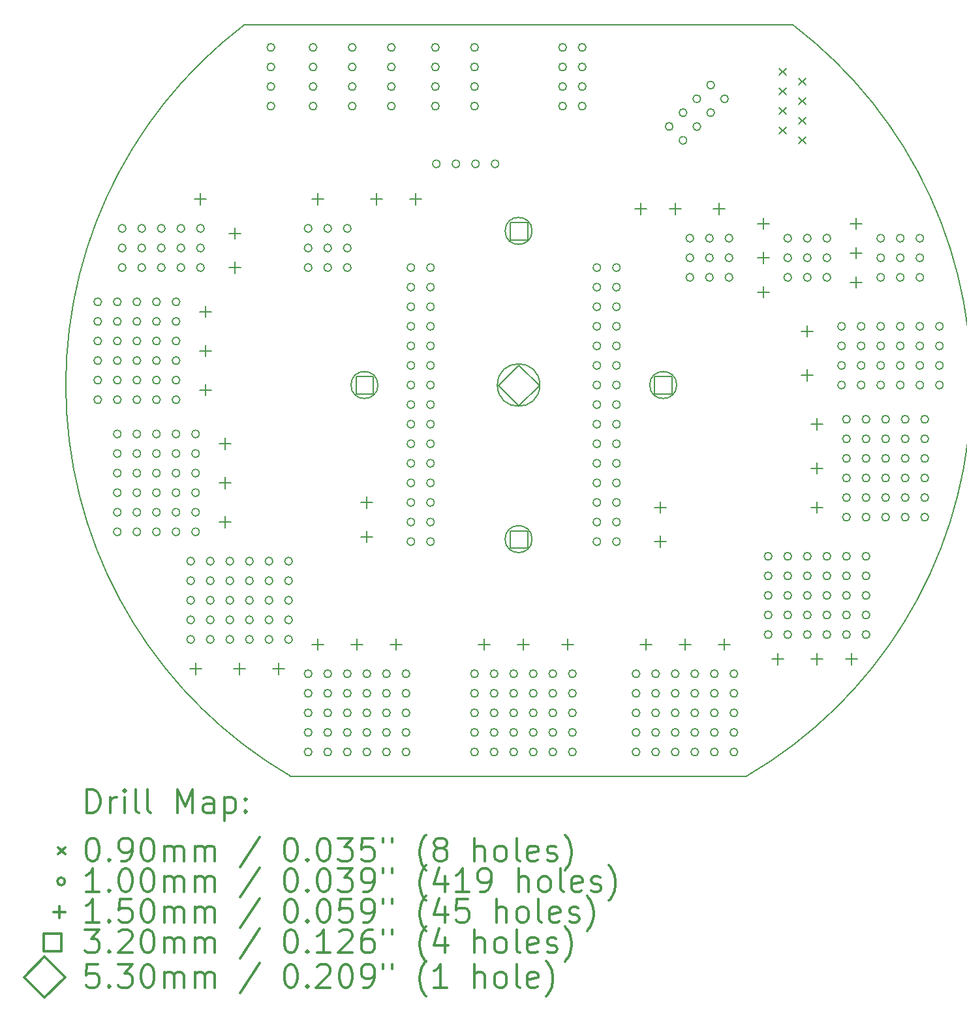
<source format=gbr>
%FSLAX45Y45*%
G04 Gerber Fmt 4.5, Leading zero omitted, Abs format (unit mm)*
G04 Created by KiCad (PCBNEW (5.1.9)-1) date 2021-04-12 23:12:59*
%MOMM*%
%LPD*%
G01*
G04 APERTURE LIST*
%TA.AperFunction,Profile*%
%ADD10C,0.200000*%
%TD*%
%ADD11C,0.200000*%
%ADD12C,0.300000*%
G04 APERTURE END LIST*
D10*
X12145000Y-9144000D02*
G75*
G03*
X12145000Y-9144000I-175000J0D01*
G01*
X14145000Y-7144000D02*
G75*
G03*
X14145000Y-7144000I-175000J0D01*
G01*
X10411911Y-4469000D02*
X17528089Y-4469000D01*
X11010270Y-14219000D02*
X16929730Y-14219000D01*
X14245000Y-9144000D02*
G75*
G03*
X14245000Y-9144000I-275000J0D01*
G01*
X14145000Y-11144000D02*
G75*
G03*
X14145000Y-11144000I-175000J0D01*
G01*
X17528089Y-4469000D02*
G75*
G02*
X16929730Y-14219000I-3558089J-4675000D01*
G01*
X16021923Y-9144000D02*
G75*
G03*
X16021923Y-9144000I-175000J0D01*
G01*
X11010270Y-14219000D02*
G75*
G02*
X10411911Y-4469000I2959730J5075000D01*
G01*
D11*
X17354000Y-5035000D02*
X17444000Y-5125000D01*
X17444000Y-5035000D02*
X17354000Y-5125000D01*
X17354000Y-5289000D02*
X17444000Y-5379000D01*
X17444000Y-5289000D02*
X17354000Y-5379000D01*
X17354000Y-5543000D02*
X17444000Y-5633000D01*
X17444000Y-5543000D02*
X17354000Y-5633000D01*
X17354000Y-5797000D02*
X17444000Y-5887000D01*
X17444000Y-5797000D02*
X17354000Y-5887000D01*
X17608000Y-5162000D02*
X17698000Y-5252000D01*
X17698000Y-5162000D02*
X17608000Y-5252000D01*
X17608000Y-5416000D02*
X17698000Y-5506000D01*
X17698000Y-5416000D02*
X17608000Y-5506000D01*
X17608000Y-5670000D02*
X17698000Y-5760000D01*
X17698000Y-5670000D02*
X17608000Y-5760000D01*
X17608000Y-5924000D02*
X17698000Y-6014000D01*
X17698000Y-5924000D02*
X17608000Y-6014000D01*
X8559000Y-8064500D02*
G75*
G03*
X8559000Y-8064500I-50000J0D01*
G01*
X8559000Y-8318500D02*
G75*
G03*
X8559000Y-8318500I-50000J0D01*
G01*
X8559000Y-8572500D02*
G75*
G03*
X8559000Y-8572500I-50000J0D01*
G01*
X8559000Y-8826500D02*
G75*
G03*
X8559000Y-8826500I-50000J0D01*
G01*
X8559000Y-9080500D02*
G75*
G03*
X8559000Y-9080500I-50000J0D01*
G01*
X8559000Y-9334500D02*
G75*
G03*
X8559000Y-9334500I-50000J0D01*
G01*
X8813000Y-8064500D02*
G75*
G03*
X8813000Y-8064500I-50000J0D01*
G01*
X8813000Y-8318500D02*
G75*
G03*
X8813000Y-8318500I-50000J0D01*
G01*
X8813000Y-8572500D02*
G75*
G03*
X8813000Y-8572500I-50000J0D01*
G01*
X8813000Y-8826500D02*
G75*
G03*
X8813000Y-8826500I-50000J0D01*
G01*
X8813000Y-9080500D02*
G75*
G03*
X8813000Y-9080500I-50000J0D01*
G01*
X8813000Y-9334500D02*
G75*
G03*
X8813000Y-9334500I-50000J0D01*
G01*
X8813000Y-9779000D02*
G75*
G03*
X8813000Y-9779000I-50000J0D01*
G01*
X8813000Y-10033000D02*
G75*
G03*
X8813000Y-10033000I-50000J0D01*
G01*
X8813000Y-10287000D02*
G75*
G03*
X8813000Y-10287000I-50000J0D01*
G01*
X8813000Y-10541000D02*
G75*
G03*
X8813000Y-10541000I-50000J0D01*
G01*
X8813000Y-10795000D02*
G75*
G03*
X8813000Y-10795000I-50000J0D01*
G01*
X8813000Y-11049000D02*
G75*
G03*
X8813000Y-11049000I-50000J0D01*
G01*
X8876500Y-7112000D02*
G75*
G03*
X8876500Y-7112000I-50000J0D01*
G01*
X8876500Y-7366000D02*
G75*
G03*
X8876500Y-7366000I-50000J0D01*
G01*
X8876500Y-7620000D02*
G75*
G03*
X8876500Y-7620000I-50000J0D01*
G01*
X9067000Y-8064500D02*
G75*
G03*
X9067000Y-8064500I-50000J0D01*
G01*
X9067000Y-8318500D02*
G75*
G03*
X9067000Y-8318500I-50000J0D01*
G01*
X9067000Y-8572500D02*
G75*
G03*
X9067000Y-8572500I-50000J0D01*
G01*
X9067000Y-8826500D02*
G75*
G03*
X9067000Y-8826500I-50000J0D01*
G01*
X9067000Y-9080500D02*
G75*
G03*
X9067000Y-9080500I-50000J0D01*
G01*
X9067000Y-9334500D02*
G75*
G03*
X9067000Y-9334500I-50000J0D01*
G01*
X9067000Y-9779000D02*
G75*
G03*
X9067000Y-9779000I-50000J0D01*
G01*
X9067000Y-10033000D02*
G75*
G03*
X9067000Y-10033000I-50000J0D01*
G01*
X9067000Y-10287000D02*
G75*
G03*
X9067000Y-10287000I-50000J0D01*
G01*
X9067000Y-10541000D02*
G75*
G03*
X9067000Y-10541000I-50000J0D01*
G01*
X9067000Y-10795000D02*
G75*
G03*
X9067000Y-10795000I-50000J0D01*
G01*
X9067000Y-11049000D02*
G75*
G03*
X9067000Y-11049000I-50000J0D01*
G01*
X9130500Y-7112000D02*
G75*
G03*
X9130500Y-7112000I-50000J0D01*
G01*
X9130500Y-7366000D02*
G75*
G03*
X9130500Y-7366000I-50000J0D01*
G01*
X9130500Y-7620000D02*
G75*
G03*
X9130500Y-7620000I-50000J0D01*
G01*
X9321000Y-8064500D02*
G75*
G03*
X9321000Y-8064500I-50000J0D01*
G01*
X9321000Y-8318500D02*
G75*
G03*
X9321000Y-8318500I-50000J0D01*
G01*
X9321000Y-8572500D02*
G75*
G03*
X9321000Y-8572500I-50000J0D01*
G01*
X9321000Y-8826500D02*
G75*
G03*
X9321000Y-8826500I-50000J0D01*
G01*
X9321000Y-9080500D02*
G75*
G03*
X9321000Y-9080500I-50000J0D01*
G01*
X9321000Y-9334500D02*
G75*
G03*
X9321000Y-9334500I-50000J0D01*
G01*
X9321000Y-9779000D02*
G75*
G03*
X9321000Y-9779000I-50000J0D01*
G01*
X9321000Y-10033000D02*
G75*
G03*
X9321000Y-10033000I-50000J0D01*
G01*
X9321000Y-10287000D02*
G75*
G03*
X9321000Y-10287000I-50000J0D01*
G01*
X9321000Y-10541000D02*
G75*
G03*
X9321000Y-10541000I-50000J0D01*
G01*
X9321000Y-10795000D02*
G75*
G03*
X9321000Y-10795000I-50000J0D01*
G01*
X9321000Y-11049000D02*
G75*
G03*
X9321000Y-11049000I-50000J0D01*
G01*
X9384500Y-7112000D02*
G75*
G03*
X9384500Y-7112000I-50000J0D01*
G01*
X9384500Y-7366000D02*
G75*
G03*
X9384500Y-7366000I-50000J0D01*
G01*
X9384500Y-7620000D02*
G75*
G03*
X9384500Y-7620000I-50000J0D01*
G01*
X9575000Y-8064500D02*
G75*
G03*
X9575000Y-8064500I-50000J0D01*
G01*
X9575000Y-8318500D02*
G75*
G03*
X9575000Y-8318500I-50000J0D01*
G01*
X9575000Y-8572500D02*
G75*
G03*
X9575000Y-8572500I-50000J0D01*
G01*
X9575000Y-8826500D02*
G75*
G03*
X9575000Y-8826500I-50000J0D01*
G01*
X9575000Y-9080500D02*
G75*
G03*
X9575000Y-9080500I-50000J0D01*
G01*
X9575000Y-9334500D02*
G75*
G03*
X9575000Y-9334500I-50000J0D01*
G01*
X9575000Y-9779000D02*
G75*
G03*
X9575000Y-9779000I-50000J0D01*
G01*
X9575000Y-10033000D02*
G75*
G03*
X9575000Y-10033000I-50000J0D01*
G01*
X9575000Y-10287000D02*
G75*
G03*
X9575000Y-10287000I-50000J0D01*
G01*
X9575000Y-10541000D02*
G75*
G03*
X9575000Y-10541000I-50000J0D01*
G01*
X9575000Y-10795000D02*
G75*
G03*
X9575000Y-10795000I-50000J0D01*
G01*
X9575000Y-11049000D02*
G75*
G03*
X9575000Y-11049000I-50000J0D01*
G01*
X9638500Y-7112000D02*
G75*
G03*
X9638500Y-7112000I-50000J0D01*
G01*
X9638500Y-7366000D02*
G75*
G03*
X9638500Y-7366000I-50000J0D01*
G01*
X9638500Y-7620000D02*
G75*
G03*
X9638500Y-7620000I-50000J0D01*
G01*
X9765500Y-11430000D02*
G75*
G03*
X9765500Y-11430000I-50000J0D01*
G01*
X9765500Y-11684000D02*
G75*
G03*
X9765500Y-11684000I-50000J0D01*
G01*
X9765500Y-11938000D02*
G75*
G03*
X9765500Y-11938000I-50000J0D01*
G01*
X9765500Y-12192000D02*
G75*
G03*
X9765500Y-12192000I-50000J0D01*
G01*
X9765500Y-12446000D02*
G75*
G03*
X9765500Y-12446000I-50000J0D01*
G01*
X9829000Y-9779000D02*
G75*
G03*
X9829000Y-9779000I-50000J0D01*
G01*
X9829000Y-10033000D02*
G75*
G03*
X9829000Y-10033000I-50000J0D01*
G01*
X9829000Y-10287000D02*
G75*
G03*
X9829000Y-10287000I-50000J0D01*
G01*
X9829000Y-10541000D02*
G75*
G03*
X9829000Y-10541000I-50000J0D01*
G01*
X9829000Y-10795000D02*
G75*
G03*
X9829000Y-10795000I-50000J0D01*
G01*
X9829000Y-11049000D02*
G75*
G03*
X9829000Y-11049000I-50000J0D01*
G01*
X9892500Y-7112000D02*
G75*
G03*
X9892500Y-7112000I-50000J0D01*
G01*
X9892500Y-7366000D02*
G75*
G03*
X9892500Y-7366000I-50000J0D01*
G01*
X9892500Y-7620000D02*
G75*
G03*
X9892500Y-7620000I-50000J0D01*
G01*
X10019500Y-11430000D02*
G75*
G03*
X10019500Y-11430000I-50000J0D01*
G01*
X10019500Y-11684000D02*
G75*
G03*
X10019500Y-11684000I-50000J0D01*
G01*
X10019500Y-11938000D02*
G75*
G03*
X10019500Y-11938000I-50000J0D01*
G01*
X10019500Y-12192000D02*
G75*
G03*
X10019500Y-12192000I-50000J0D01*
G01*
X10019500Y-12446000D02*
G75*
G03*
X10019500Y-12446000I-50000J0D01*
G01*
X10273500Y-11430000D02*
G75*
G03*
X10273500Y-11430000I-50000J0D01*
G01*
X10273500Y-11684000D02*
G75*
G03*
X10273500Y-11684000I-50000J0D01*
G01*
X10273500Y-11938000D02*
G75*
G03*
X10273500Y-11938000I-50000J0D01*
G01*
X10273500Y-12192000D02*
G75*
G03*
X10273500Y-12192000I-50000J0D01*
G01*
X10273500Y-12446000D02*
G75*
G03*
X10273500Y-12446000I-50000J0D01*
G01*
X10527500Y-11430000D02*
G75*
G03*
X10527500Y-11430000I-50000J0D01*
G01*
X10527500Y-11684000D02*
G75*
G03*
X10527500Y-11684000I-50000J0D01*
G01*
X10527500Y-11938000D02*
G75*
G03*
X10527500Y-11938000I-50000J0D01*
G01*
X10527500Y-12192000D02*
G75*
G03*
X10527500Y-12192000I-50000J0D01*
G01*
X10527500Y-12446000D02*
G75*
G03*
X10527500Y-12446000I-50000J0D01*
G01*
X10781500Y-11430000D02*
G75*
G03*
X10781500Y-11430000I-50000J0D01*
G01*
X10781500Y-11684000D02*
G75*
G03*
X10781500Y-11684000I-50000J0D01*
G01*
X10781500Y-11938000D02*
G75*
G03*
X10781500Y-11938000I-50000J0D01*
G01*
X10781500Y-12192000D02*
G75*
G03*
X10781500Y-12192000I-50000J0D01*
G01*
X10781500Y-12446000D02*
G75*
G03*
X10781500Y-12446000I-50000J0D01*
G01*
X10806000Y-4762500D02*
G75*
G03*
X10806000Y-4762500I-50000J0D01*
G01*
X10806000Y-5016500D02*
G75*
G03*
X10806000Y-5016500I-50000J0D01*
G01*
X10806000Y-5270500D02*
G75*
G03*
X10806000Y-5270500I-50000J0D01*
G01*
X10806000Y-5524500D02*
G75*
G03*
X10806000Y-5524500I-50000J0D01*
G01*
X11035500Y-11430000D02*
G75*
G03*
X11035500Y-11430000I-50000J0D01*
G01*
X11035500Y-11684000D02*
G75*
G03*
X11035500Y-11684000I-50000J0D01*
G01*
X11035500Y-11938000D02*
G75*
G03*
X11035500Y-11938000I-50000J0D01*
G01*
X11035500Y-12192000D02*
G75*
G03*
X11035500Y-12192000I-50000J0D01*
G01*
X11035500Y-12446000D02*
G75*
G03*
X11035500Y-12446000I-50000J0D01*
G01*
X11289500Y-7112000D02*
G75*
G03*
X11289500Y-7112000I-50000J0D01*
G01*
X11289500Y-7366000D02*
G75*
G03*
X11289500Y-7366000I-50000J0D01*
G01*
X11289500Y-7620000D02*
G75*
G03*
X11289500Y-7620000I-50000J0D01*
G01*
X11289500Y-12890500D02*
G75*
G03*
X11289500Y-12890500I-50000J0D01*
G01*
X11289500Y-13144500D02*
G75*
G03*
X11289500Y-13144500I-50000J0D01*
G01*
X11289500Y-13398500D02*
G75*
G03*
X11289500Y-13398500I-50000J0D01*
G01*
X11289500Y-13652500D02*
G75*
G03*
X11289500Y-13652500I-50000J0D01*
G01*
X11289500Y-13906500D02*
G75*
G03*
X11289500Y-13906500I-50000J0D01*
G01*
X11353000Y-4762500D02*
G75*
G03*
X11353000Y-4762500I-50000J0D01*
G01*
X11353000Y-5016500D02*
G75*
G03*
X11353000Y-5016500I-50000J0D01*
G01*
X11353000Y-5270500D02*
G75*
G03*
X11353000Y-5270500I-50000J0D01*
G01*
X11353000Y-5524500D02*
G75*
G03*
X11353000Y-5524500I-50000J0D01*
G01*
X11543500Y-7112000D02*
G75*
G03*
X11543500Y-7112000I-50000J0D01*
G01*
X11543500Y-7366000D02*
G75*
G03*
X11543500Y-7366000I-50000J0D01*
G01*
X11543500Y-7620000D02*
G75*
G03*
X11543500Y-7620000I-50000J0D01*
G01*
X11543500Y-12890500D02*
G75*
G03*
X11543500Y-12890500I-50000J0D01*
G01*
X11543500Y-13144500D02*
G75*
G03*
X11543500Y-13144500I-50000J0D01*
G01*
X11543500Y-13398500D02*
G75*
G03*
X11543500Y-13398500I-50000J0D01*
G01*
X11543500Y-13652500D02*
G75*
G03*
X11543500Y-13652500I-50000J0D01*
G01*
X11543500Y-13906500D02*
G75*
G03*
X11543500Y-13906500I-50000J0D01*
G01*
X11797500Y-7112000D02*
G75*
G03*
X11797500Y-7112000I-50000J0D01*
G01*
X11797500Y-7366000D02*
G75*
G03*
X11797500Y-7366000I-50000J0D01*
G01*
X11797500Y-7620000D02*
G75*
G03*
X11797500Y-7620000I-50000J0D01*
G01*
X11797500Y-12890500D02*
G75*
G03*
X11797500Y-12890500I-50000J0D01*
G01*
X11797500Y-13144500D02*
G75*
G03*
X11797500Y-13144500I-50000J0D01*
G01*
X11797500Y-13398500D02*
G75*
G03*
X11797500Y-13398500I-50000J0D01*
G01*
X11797500Y-13652500D02*
G75*
G03*
X11797500Y-13652500I-50000J0D01*
G01*
X11797500Y-13906500D02*
G75*
G03*
X11797500Y-13906500I-50000J0D01*
G01*
X11861000Y-4762500D02*
G75*
G03*
X11861000Y-4762500I-50000J0D01*
G01*
X11861000Y-5016500D02*
G75*
G03*
X11861000Y-5016500I-50000J0D01*
G01*
X11861000Y-5270500D02*
G75*
G03*
X11861000Y-5270500I-50000J0D01*
G01*
X11861000Y-5524500D02*
G75*
G03*
X11861000Y-5524500I-50000J0D01*
G01*
X12051500Y-12890500D02*
G75*
G03*
X12051500Y-12890500I-50000J0D01*
G01*
X12051500Y-13144500D02*
G75*
G03*
X12051500Y-13144500I-50000J0D01*
G01*
X12051500Y-13398500D02*
G75*
G03*
X12051500Y-13398500I-50000J0D01*
G01*
X12051500Y-13652500D02*
G75*
G03*
X12051500Y-13652500I-50000J0D01*
G01*
X12051500Y-13906500D02*
G75*
G03*
X12051500Y-13906500I-50000J0D01*
G01*
X12305500Y-12890500D02*
G75*
G03*
X12305500Y-12890500I-50000J0D01*
G01*
X12305500Y-13144500D02*
G75*
G03*
X12305500Y-13144500I-50000J0D01*
G01*
X12305500Y-13398500D02*
G75*
G03*
X12305500Y-13398500I-50000J0D01*
G01*
X12305500Y-13652500D02*
G75*
G03*
X12305500Y-13652500I-50000J0D01*
G01*
X12305500Y-13906500D02*
G75*
G03*
X12305500Y-13906500I-50000J0D01*
G01*
X12369000Y-4762500D02*
G75*
G03*
X12369000Y-4762500I-50000J0D01*
G01*
X12369000Y-5016500D02*
G75*
G03*
X12369000Y-5016500I-50000J0D01*
G01*
X12369000Y-5270500D02*
G75*
G03*
X12369000Y-5270500I-50000J0D01*
G01*
X12369000Y-5524500D02*
G75*
G03*
X12369000Y-5524500I-50000J0D01*
G01*
X12559500Y-12890500D02*
G75*
G03*
X12559500Y-12890500I-50000J0D01*
G01*
X12559500Y-13144500D02*
G75*
G03*
X12559500Y-13144500I-50000J0D01*
G01*
X12559500Y-13398500D02*
G75*
G03*
X12559500Y-13398500I-50000J0D01*
G01*
X12559500Y-13652500D02*
G75*
G03*
X12559500Y-13652500I-50000J0D01*
G01*
X12559500Y-13906500D02*
G75*
G03*
X12559500Y-13906500I-50000J0D01*
G01*
X12623000Y-7620000D02*
G75*
G03*
X12623000Y-7620000I-50000J0D01*
G01*
X12623000Y-7874000D02*
G75*
G03*
X12623000Y-7874000I-50000J0D01*
G01*
X12623000Y-8128000D02*
G75*
G03*
X12623000Y-8128000I-50000J0D01*
G01*
X12623000Y-8382000D02*
G75*
G03*
X12623000Y-8382000I-50000J0D01*
G01*
X12623000Y-8636000D02*
G75*
G03*
X12623000Y-8636000I-50000J0D01*
G01*
X12623000Y-8890000D02*
G75*
G03*
X12623000Y-8890000I-50000J0D01*
G01*
X12623000Y-9144000D02*
G75*
G03*
X12623000Y-9144000I-50000J0D01*
G01*
X12623000Y-9398000D02*
G75*
G03*
X12623000Y-9398000I-50000J0D01*
G01*
X12623000Y-9652000D02*
G75*
G03*
X12623000Y-9652000I-50000J0D01*
G01*
X12623000Y-9906000D02*
G75*
G03*
X12623000Y-9906000I-50000J0D01*
G01*
X12623000Y-10160000D02*
G75*
G03*
X12623000Y-10160000I-50000J0D01*
G01*
X12623000Y-10414000D02*
G75*
G03*
X12623000Y-10414000I-50000J0D01*
G01*
X12623000Y-10668000D02*
G75*
G03*
X12623000Y-10668000I-50000J0D01*
G01*
X12623000Y-10922000D02*
G75*
G03*
X12623000Y-10922000I-50000J0D01*
G01*
X12623000Y-11176000D02*
G75*
G03*
X12623000Y-11176000I-50000J0D01*
G01*
X12877000Y-7620000D02*
G75*
G03*
X12877000Y-7620000I-50000J0D01*
G01*
X12877000Y-7874000D02*
G75*
G03*
X12877000Y-7874000I-50000J0D01*
G01*
X12877000Y-8128000D02*
G75*
G03*
X12877000Y-8128000I-50000J0D01*
G01*
X12877000Y-8382000D02*
G75*
G03*
X12877000Y-8382000I-50000J0D01*
G01*
X12877000Y-8636000D02*
G75*
G03*
X12877000Y-8636000I-50000J0D01*
G01*
X12877000Y-8890000D02*
G75*
G03*
X12877000Y-8890000I-50000J0D01*
G01*
X12877000Y-9144000D02*
G75*
G03*
X12877000Y-9144000I-50000J0D01*
G01*
X12877000Y-9398000D02*
G75*
G03*
X12877000Y-9398000I-50000J0D01*
G01*
X12877000Y-9652000D02*
G75*
G03*
X12877000Y-9652000I-50000J0D01*
G01*
X12877000Y-9906000D02*
G75*
G03*
X12877000Y-9906000I-50000J0D01*
G01*
X12877000Y-10160000D02*
G75*
G03*
X12877000Y-10160000I-50000J0D01*
G01*
X12877000Y-10414000D02*
G75*
G03*
X12877000Y-10414000I-50000J0D01*
G01*
X12877000Y-10668000D02*
G75*
G03*
X12877000Y-10668000I-50000J0D01*
G01*
X12877000Y-10922000D02*
G75*
G03*
X12877000Y-10922000I-50000J0D01*
G01*
X12877000Y-11176000D02*
G75*
G03*
X12877000Y-11176000I-50000J0D01*
G01*
X12940500Y-4762500D02*
G75*
G03*
X12940500Y-4762500I-50000J0D01*
G01*
X12940500Y-5016500D02*
G75*
G03*
X12940500Y-5016500I-50000J0D01*
G01*
X12940500Y-5270500D02*
G75*
G03*
X12940500Y-5270500I-50000J0D01*
G01*
X12940500Y-5524500D02*
G75*
G03*
X12940500Y-5524500I-50000J0D01*
G01*
X12953200Y-6273800D02*
G75*
G03*
X12953200Y-6273800I-50000J0D01*
G01*
X13207200Y-6273800D02*
G75*
G03*
X13207200Y-6273800I-50000J0D01*
G01*
X13448500Y-4762500D02*
G75*
G03*
X13448500Y-4762500I-50000J0D01*
G01*
X13448500Y-5016500D02*
G75*
G03*
X13448500Y-5016500I-50000J0D01*
G01*
X13448500Y-5270500D02*
G75*
G03*
X13448500Y-5270500I-50000J0D01*
G01*
X13448500Y-5524500D02*
G75*
G03*
X13448500Y-5524500I-50000J0D01*
G01*
X13448500Y-12890500D02*
G75*
G03*
X13448500Y-12890500I-50000J0D01*
G01*
X13448500Y-13144500D02*
G75*
G03*
X13448500Y-13144500I-50000J0D01*
G01*
X13448500Y-13398500D02*
G75*
G03*
X13448500Y-13398500I-50000J0D01*
G01*
X13448500Y-13652500D02*
G75*
G03*
X13448500Y-13652500I-50000J0D01*
G01*
X13448500Y-13906500D02*
G75*
G03*
X13448500Y-13906500I-50000J0D01*
G01*
X13461200Y-6273800D02*
G75*
G03*
X13461200Y-6273800I-50000J0D01*
G01*
X13702500Y-12890500D02*
G75*
G03*
X13702500Y-12890500I-50000J0D01*
G01*
X13702500Y-13144500D02*
G75*
G03*
X13702500Y-13144500I-50000J0D01*
G01*
X13702500Y-13398500D02*
G75*
G03*
X13702500Y-13398500I-50000J0D01*
G01*
X13702500Y-13652500D02*
G75*
G03*
X13702500Y-13652500I-50000J0D01*
G01*
X13702500Y-13906500D02*
G75*
G03*
X13702500Y-13906500I-50000J0D01*
G01*
X13715200Y-6273800D02*
G75*
G03*
X13715200Y-6273800I-50000J0D01*
G01*
X13956500Y-12890500D02*
G75*
G03*
X13956500Y-12890500I-50000J0D01*
G01*
X13956500Y-13144500D02*
G75*
G03*
X13956500Y-13144500I-50000J0D01*
G01*
X13956500Y-13398500D02*
G75*
G03*
X13956500Y-13398500I-50000J0D01*
G01*
X13956500Y-13652500D02*
G75*
G03*
X13956500Y-13652500I-50000J0D01*
G01*
X13956500Y-13906500D02*
G75*
G03*
X13956500Y-13906500I-50000J0D01*
G01*
X14210500Y-12890500D02*
G75*
G03*
X14210500Y-12890500I-50000J0D01*
G01*
X14210500Y-13144500D02*
G75*
G03*
X14210500Y-13144500I-50000J0D01*
G01*
X14210500Y-13398500D02*
G75*
G03*
X14210500Y-13398500I-50000J0D01*
G01*
X14210500Y-13652500D02*
G75*
G03*
X14210500Y-13652500I-50000J0D01*
G01*
X14210500Y-13906500D02*
G75*
G03*
X14210500Y-13906500I-50000J0D01*
G01*
X14464500Y-12890500D02*
G75*
G03*
X14464500Y-12890500I-50000J0D01*
G01*
X14464500Y-13144500D02*
G75*
G03*
X14464500Y-13144500I-50000J0D01*
G01*
X14464500Y-13398500D02*
G75*
G03*
X14464500Y-13398500I-50000J0D01*
G01*
X14464500Y-13652500D02*
G75*
G03*
X14464500Y-13652500I-50000J0D01*
G01*
X14464500Y-13906500D02*
G75*
G03*
X14464500Y-13906500I-50000J0D01*
G01*
X14591500Y-4762500D02*
G75*
G03*
X14591500Y-4762500I-50000J0D01*
G01*
X14591500Y-5016500D02*
G75*
G03*
X14591500Y-5016500I-50000J0D01*
G01*
X14591500Y-5270500D02*
G75*
G03*
X14591500Y-5270500I-50000J0D01*
G01*
X14591500Y-5524500D02*
G75*
G03*
X14591500Y-5524500I-50000J0D01*
G01*
X14718500Y-12890500D02*
G75*
G03*
X14718500Y-12890500I-50000J0D01*
G01*
X14718500Y-13144500D02*
G75*
G03*
X14718500Y-13144500I-50000J0D01*
G01*
X14718500Y-13398500D02*
G75*
G03*
X14718500Y-13398500I-50000J0D01*
G01*
X14718500Y-13652500D02*
G75*
G03*
X14718500Y-13652500I-50000J0D01*
G01*
X14718500Y-13906500D02*
G75*
G03*
X14718500Y-13906500I-50000J0D01*
G01*
X14845500Y-4762500D02*
G75*
G03*
X14845500Y-4762500I-50000J0D01*
G01*
X14845500Y-5016500D02*
G75*
G03*
X14845500Y-5016500I-50000J0D01*
G01*
X14845500Y-5270500D02*
G75*
G03*
X14845500Y-5270500I-50000J0D01*
G01*
X14845500Y-5524500D02*
G75*
G03*
X14845500Y-5524500I-50000J0D01*
G01*
X15036000Y-7620000D02*
G75*
G03*
X15036000Y-7620000I-50000J0D01*
G01*
X15036000Y-7874000D02*
G75*
G03*
X15036000Y-7874000I-50000J0D01*
G01*
X15036000Y-8128000D02*
G75*
G03*
X15036000Y-8128000I-50000J0D01*
G01*
X15036000Y-8382000D02*
G75*
G03*
X15036000Y-8382000I-50000J0D01*
G01*
X15036000Y-8636000D02*
G75*
G03*
X15036000Y-8636000I-50000J0D01*
G01*
X15036000Y-8890000D02*
G75*
G03*
X15036000Y-8890000I-50000J0D01*
G01*
X15036000Y-9144000D02*
G75*
G03*
X15036000Y-9144000I-50000J0D01*
G01*
X15036000Y-9398000D02*
G75*
G03*
X15036000Y-9398000I-50000J0D01*
G01*
X15036000Y-9652000D02*
G75*
G03*
X15036000Y-9652000I-50000J0D01*
G01*
X15036000Y-9906000D02*
G75*
G03*
X15036000Y-9906000I-50000J0D01*
G01*
X15036000Y-10160000D02*
G75*
G03*
X15036000Y-10160000I-50000J0D01*
G01*
X15036000Y-10414000D02*
G75*
G03*
X15036000Y-10414000I-50000J0D01*
G01*
X15036000Y-10668000D02*
G75*
G03*
X15036000Y-10668000I-50000J0D01*
G01*
X15036000Y-10922000D02*
G75*
G03*
X15036000Y-10922000I-50000J0D01*
G01*
X15036000Y-11176000D02*
G75*
G03*
X15036000Y-11176000I-50000J0D01*
G01*
X15290000Y-7620000D02*
G75*
G03*
X15290000Y-7620000I-50000J0D01*
G01*
X15290000Y-7874000D02*
G75*
G03*
X15290000Y-7874000I-50000J0D01*
G01*
X15290000Y-8128000D02*
G75*
G03*
X15290000Y-8128000I-50000J0D01*
G01*
X15290000Y-8382000D02*
G75*
G03*
X15290000Y-8382000I-50000J0D01*
G01*
X15290000Y-8636000D02*
G75*
G03*
X15290000Y-8636000I-50000J0D01*
G01*
X15290000Y-8890000D02*
G75*
G03*
X15290000Y-8890000I-50000J0D01*
G01*
X15290000Y-9144000D02*
G75*
G03*
X15290000Y-9144000I-50000J0D01*
G01*
X15290000Y-9398000D02*
G75*
G03*
X15290000Y-9398000I-50000J0D01*
G01*
X15290000Y-9652000D02*
G75*
G03*
X15290000Y-9652000I-50000J0D01*
G01*
X15290000Y-9906000D02*
G75*
G03*
X15290000Y-9906000I-50000J0D01*
G01*
X15290000Y-10160000D02*
G75*
G03*
X15290000Y-10160000I-50000J0D01*
G01*
X15290000Y-10414000D02*
G75*
G03*
X15290000Y-10414000I-50000J0D01*
G01*
X15290000Y-10668000D02*
G75*
G03*
X15290000Y-10668000I-50000J0D01*
G01*
X15290000Y-10922000D02*
G75*
G03*
X15290000Y-10922000I-50000J0D01*
G01*
X15290000Y-11176000D02*
G75*
G03*
X15290000Y-11176000I-50000J0D01*
G01*
X15544000Y-12890500D02*
G75*
G03*
X15544000Y-12890500I-50000J0D01*
G01*
X15544000Y-13144500D02*
G75*
G03*
X15544000Y-13144500I-50000J0D01*
G01*
X15544000Y-13398500D02*
G75*
G03*
X15544000Y-13398500I-50000J0D01*
G01*
X15544000Y-13652500D02*
G75*
G03*
X15544000Y-13652500I-50000J0D01*
G01*
X15544000Y-13906500D02*
G75*
G03*
X15544000Y-13906500I-50000J0D01*
G01*
X15798000Y-12890500D02*
G75*
G03*
X15798000Y-12890500I-50000J0D01*
G01*
X15798000Y-13144500D02*
G75*
G03*
X15798000Y-13144500I-50000J0D01*
G01*
X15798000Y-13398500D02*
G75*
G03*
X15798000Y-13398500I-50000J0D01*
G01*
X15798000Y-13652500D02*
G75*
G03*
X15798000Y-13652500I-50000J0D01*
G01*
X15798000Y-13906500D02*
G75*
G03*
X15798000Y-13906500I-50000J0D01*
G01*
X15973995Y-5789395D02*
G75*
G03*
X15973995Y-5789395I-50000J0D01*
G01*
X16052000Y-12890500D02*
G75*
G03*
X16052000Y-12890500I-50000J0D01*
G01*
X16052000Y-13144500D02*
G75*
G03*
X16052000Y-13144500I-50000J0D01*
G01*
X16052000Y-13398500D02*
G75*
G03*
X16052000Y-13398500I-50000J0D01*
G01*
X16052000Y-13652500D02*
G75*
G03*
X16052000Y-13652500I-50000J0D01*
G01*
X16052000Y-13906500D02*
G75*
G03*
X16052000Y-13906500I-50000J0D01*
G01*
X16153600Y-5609790D02*
G75*
G03*
X16153600Y-5609790I-50000J0D01*
G01*
X16153600Y-5969000D02*
G75*
G03*
X16153600Y-5969000I-50000J0D01*
G01*
X16242500Y-7239000D02*
G75*
G03*
X16242500Y-7239000I-50000J0D01*
G01*
X16242500Y-7493000D02*
G75*
G03*
X16242500Y-7493000I-50000J0D01*
G01*
X16242500Y-7747000D02*
G75*
G03*
X16242500Y-7747000I-50000J0D01*
G01*
X16306000Y-12890500D02*
G75*
G03*
X16306000Y-12890500I-50000J0D01*
G01*
X16306000Y-13144500D02*
G75*
G03*
X16306000Y-13144500I-50000J0D01*
G01*
X16306000Y-13398500D02*
G75*
G03*
X16306000Y-13398500I-50000J0D01*
G01*
X16306000Y-13652500D02*
G75*
G03*
X16306000Y-13652500I-50000J0D01*
G01*
X16306000Y-13906500D02*
G75*
G03*
X16306000Y-13906500I-50000J0D01*
G01*
X16333205Y-5430185D02*
G75*
G03*
X16333205Y-5430185I-50000J0D01*
G01*
X16333205Y-5789395D02*
G75*
G03*
X16333205Y-5789395I-50000J0D01*
G01*
X16496500Y-7239000D02*
G75*
G03*
X16496500Y-7239000I-50000J0D01*
G01*
X16496500Y-7493000D02*
G75*
G03*
X16496500Y-7493000I-50000J0D01*
G01*
X16496500Y-7747000D02*
G75*
G03*
X16496500Y-7747000I-50000J0D01*
G01*
X16512810Y-5250580D02*
G75*
G03*
X16512810Y-5250580I-50000J0D01*
G01*
X16512810Y-5609790D02*
G75*
G03*
X16512810Y-5609790I-50000J0D01*
G01*
X16560000Y-12890500D02*
G75*
G03*
X16560000Y-12890500I-50000J0D01*
G01*
X16560000Y-13144500D02*
G75*
G03*
X16560000Y-13144500I-50000J0D01*
G01*
X16560000Y-13398500D02*
G75*
G03*
X16560000Y-13398500I-50000J0D01*
G01*
X16560000Y-13652500D02*
G75*
G03*
X16560000Y-13652500I-50000J0D01*
G01*
X16560000Y-13906500D02*
G75*
G03*
X16560000Y-13906500I-50000J0D01*
G01*
X16692415Y-5430185D02*
G75*
G03*
X16692415Y-5430185I-50000J0D01*
G01*
X16750500Y-7239000D02*
G75*
G03*
X16750500Y-7239000I-50000J0D01*
G01*
X16750500Y-7493000D02*
G75*
G03*
X16750500Y-7493000I-50000J0D01*
G01*
X16750500Y-7747000D02*
G75*
G03*
X16750500Y-7747000I-50000J0D01*
G01*
X16814000Y-12890500D02*
G75*
G03*
X16814000Y-12890500I-50000J0D01*
G01*
X16814000Y-13144500D02*
G75*
G03*
X16814000Y-13144500I-50000J0D01*
G01*
X16814000Y-13398500D02*
G75*
G03*
X16814000Y-13398500I-50000J0D01*
G01*
X16814000Y-13652500D02*
G75*
G03*
X16814000Y-13652500I-50000J0D01*
G01*
X16814000Y-13906500D02*
G75*
G03*
X16814000Y-13906500I-50000J0D01*
G01*
X17258500Y-11366500D02*
G75*
G03*
X17258500Y-11366500I-50000J0D01*
G01*
X17258500Y-11620500D02*
G75*
G03*
X17258500Y-11620500I-50000J0D01*
G01*
X17258500Y-11874500D02*
G75*
G03*
X17258500Y-11874500I-50000J0D01*
G01*
X17258500Y-12128500D02*
G75*
G03*
X17258500Y-12128500I-50000J0D01*
G01*
X17258500Y-12382500D02*
G75*
G03*
X17258500Y-12382500I-50000J0D01*
G01*
X17512500Y-7239000D02*
G75*
G03*
X17512500Y-7239000I-50000J0D01*
G01*
X17512500Y-7493000D02*
G75*
G03*
X17512500Y-7493000I-50000J0D01*
G01*
X17512500Y-7747000D02*
G75*
G03*
X17512500Y-7747000I-50000J0D01*
G01*
X17512500Y-11366500D02*
G75*
G03*
X17512500Y-11366500I-50000J0D01*
G01*
X17512500Y-11620500D02*
G75*
G03*
X17512500Y-11620500I-50000J0D01*
G01*
X17512500Y-11874500D02*
G75*
G03*
X17512500Y-11874500I-50000J0D01*
G01*
X17512500Y-12128500D02*
G75*
G03*
X17512500Y-12128500I-50000J0D01*
G01*
X17512500Y-12382500D02*
G75*
G03*
X17512500Y-12382500I-50000J0D01*
G01*
X17766500Y-7239000D02*
G75*
G03*
X17766500Y-7239000I-50000J0D01*
G01*
X17766500Y-7493000D02*
G75*
G03*
X17766500Y-7493000I-50000J0D01*
G01*
X17766500Y-7747000D02*
G75*
G03*
X17766500Y-7747000I-50000J0D01*
G01*
X17766500Y-11366500D02*
G75*
G03*
X17766500Y-11366500I-50000J0D01*
G01*
X17766500Y-11620500D02*
G75*
G03*
X17766500Y-11620500I-50000J0D01*
G01*
X17766500Y-11874500D02*
G75*
G03*
X17766500Y-11874500I-50000J0D01*
G01*
X17766500Y-12128500D02*
G75*
G03*
X17766500Y-12128500I-50000J0D01*
G01*
X17766500Y-12382500D02*
G75*
G03*
X17766500Y-12382500I-50000J0D01*
G01*
X18020500Y-7239000D02*
G75*
G03*
X18020500Y-7239000I-50000J0D01*
G01*
X18020500Y-7493000D02*
G75*
G03*
X18020500Y-7493000I-50000J0D01*
G01*
X18020500Y-7747000D02*
G75*
G03*
X18020500Y-7747000I-50000J0D01*
G01*
X18020500Y-11366500D02*
G75*
G03*
X18020500Y-11366500I-50000J0D01*
G01*
X18020500Y-11620500D02*
G75*
G03*
X18020500Y-11620500I-50000J0D01*
G01*
X18020500Y-11874500D02*
G75*
G03*
X18020500Y-11874500I-50000J0D01*
G01*
X18020500Y-12128500D02*
G75*
G03*
X18020500Y-12128500I-50000J0D01*
G01*
X18020500Y-12382500D02*
G75*
G03*
X18020500Y-12382500I-50000J0D01*
G01*
X18211000Y-8382000D02*
G75*
G03*
X18211000Y-8382000I-50000J0D01*
G01*
X18211000Y-8636000D02*
G75*
G03*
X18211000Y-8636000I-50000J0D01*
G01*
X18211000Y-8890000D02*
G75*
G03*
X18211000Y-8890000I-50000J0D01*
G01*
X18211000Y-9144000D02*
G75*
G03*
X18211000Y-9144000I-50000J0D01*
G01*
X18274500Y-9588500D02*
G75*
G03*
X18274500Y-9588500I-50000J0D01*
G01*
X18274500Y-9842500D02*
G75*
G03*
X18274500Y-9842500I-50000J0D01*
G01*
X18274500Y-10096500D02*
G75*
G03*
X18274500Y-10096500I-50000J0D01*
G01*
X18274500Y-10350500D02*
G75*
G03*
X18274500Y-10350500I-50000J0D01*
G01*
X18274500Y-10604500D02*
G75*
G03*
X18274500Y-10604500I-50000J0D01*
G01*
X18274500Y-10858500D02*
G75*
G03*
X18274500Y-10858500I-50000J0D01*
G01*
X18274500Y-11366500D02*
G75*
G03*
X18274500Y-11366500I-50000J0D01*
G01*
X18274500Y-11620500D02*
G75*
G03*
X18274500Y-11620500I-50000J0D01*
G01*
X18274500Y-11874500D02*
G75*
G03*
X18274500Y-11874500I-50000J0D01*
G01*
X18274500Y-12128500D02*
G75*
G03*
X18274500Y-12128500I-50000J0D01*
G01*
X18274500Y-12382500D02*
G75*
G03*
X18274500Y-12382500I-50000J0D01*
G01*
X18465000Y-8382000D02*
G75*
G03*
X18465000Y-8382000I-50000J0D01*
G01*
X18465000Y-8636000D02*
G75*
G03*
X18465000Y-8636000I-50000J0D01*
G01*
X18465000Y-8890000D02*
G75*
G03*
X18465000Y-8890000I-50000J0D01*
G01*
X18465000Y-9144000D02*
G75*
G03*
X18465000Y-9144000I-50000J0D01*
G01*
X18528500Y-9588500D02*
G75*
G03*
X18528500Y-9588500I-50000J0D01*
G01*
X18528500Y-9842500D02*
G75*
G03*
X18528500Y-9842500I-50000J0D01*
G01*
X18528500Y-10096500D02*
G75*
G03*
X18528500Y-10096500I-50000J0D01*
G01*
X18528500Y-10350500D02*
G75*
G03*
X18528500Y-10350500I-50000J0D01*
G01*
X18528500Y-10604500D02*
G75*
G03*
X18528500Y-10604500I-50000J0D01*
G01*
X18528500Y-10858500D02*
G75*
G03*
X18528500Y-10858500I-50000J0D01*
G01*
X18528500Y-11366500D02*
G75*
G03*
X18528500Y-11366500I-50000J0D01*
G01*
X18528500Y-11620500D02*
G75*
G03*
X18528500Y-11620500I-50000J0D01*
G01*
X18528500Y-11874500D02*
G75*
G03*
X18528500Y-11874500I-50000J0D01*
G01*
X18528500Y-12128500D02*
G75*
G03*
X18528500Y-12128500I-50000J0D01*
G01*
X18528500Y-12382500D02*
G75*
G03*
X18528500Y-12382500I-50000J0D01*
G01*
X18719000Y-7239000D02*
G75*
G03*
X18719000Y-7239000I-50000J0D01*
G01*
X18719000Y-7493000D02*
G75*
G03*
X18719000Y-7493000I-50000J0D01*
G01*
X18719000Y-7747000D02*
G75*
G03*
X18719000Y-7747000I-50000J0D01*
G01*
X18719000Y-8382000D02*
G75*
G03*
X18719000Y-8382000I-50000J0D01*
G01*
X18719000Y-8636000D02*
G75*
G03*
X18719000Y-8636000I-50000J0D01*
G01*
X18719000Y-8890000D02*
G75*
G03*
X18719000Y-8890000I-50000J0D01*
G01*
X18719000Y-9144000D02*
G75*
G03*
X18719000Y-9144000I-50000J0D01*
G01*
X18782500Y-9588500D02*
G75*
G03*
X18782500Y-9588500I-50000J0D01*
G01*
X18782500Y-9842500D02*
G75*
G03*
X18782500Y-9842500I-50000J0D01*
G01*
X18782500Y-10096500D02*
G75*
G03*
X18782500Y-10096500I-50000J0D01*
G01*
X18782500Y-10350500D02*
G75*
G03*
X18782500Y-10350500I-50000J0D01*
G01*
X18782500Y-10604500D02*
G75*
G03*
X18782500Y-10604500I-50000J0D01*
G01*
X18782500Y-10858500D02*
G75*
G03*
X18782500Y-10858500I-50000J0D01*
G01*
X18973000Y-7239000D02*
G75*
G03*
X18973000Y-7239000I-50000J0D01*
G01*
X18973000Y-7493000D02*
G75*
G03*
X18973000Y-7493000I-50000J0D01*
G01*
X18973000Y-7747000D02*
G75*
G03*
X18973000Y-7747000I-50000J0D01*
G01*
X18973000Y-8382000D02*
G75*
G03*
X18973000Y-8382000I-50000J0D01*
G01*
X18973000Y-8636000D02*
G75*
G03*
X18973000Y-8636000I-50000J0D01*
G01*
X18973000Y-8890000D02*
G75*
G03*
X18973000Y-8890000I-50000J0D01*
G01*
X18973000Y-9144000D02*
G75*
G03*
X18973000Y-9144000I-50000J0D01*
G01*
X19036500Y-9588500D02*
G75*
G03*
X19036500Y-9588500I-50000J0D01*
G01*
X19036500Y-9842500D02*
G75*
G03*
X19036500Y-9842500I-50000J0D01*
G01*
X19036500Y-10096500D02*
G75*
G03*
X19036500Y-10096500I-50000J0D01*
G01*
X19036500Y-10350500D02*
G75*
G03*
X19036500Y-10350500I-50000J0D01*
G01*
X19036500Y-10604500D02*
G75*
G03*
X19036500Y-10604500I-50000J0D01*
G01*
X19036500Y-10858500D02*
G75*
G03*
X19036500Y-10858500I-50000J0D01*
G01*
X19227000Y-7239000D02*
G75*
G03*
X19227000Y-7239000I-50000J0D01*
G01*
X19227000Y-7493000D02*
G75*
G03*
X19227000Y-7493000I-50000J0D01*
G01*
X19227000Y-7747000D02*
G75*
G03*
X19227000Y-7747000I-50000J0D01*
G01*
X19227000Y-8382000D02*
G75*
G03*
X19227000Y-8382000I-50000J0D01*
G01*
X19227000Y-8636000D02*
G75*
G03*
X19227000Y-8636000I-50000J0D01*
G01*
X19227000Y-8890000D02*
G75*
G03*
X19227000Y-8890000I-50000J0D01*
G01*
X19227000Y-9144000D02*
G75*
G03*
X19227000Y-9144000I-50000J0D01*
G01*
X19290500Y-9588500D02*
G75*
G03*
X19290500Y-9588500I-50000J0D01*
G01*
X19290500Y-9842500D02*
G75*
G03*
X19290500Y-9842500I-50000J0D01*
G01*
X19290500Y-10096500D02*
G75*
G03*
X19290500Y-10096500I-50000J0D01*
G01*
X19290500Y-10350500D02*
G75*
G03*
X19290500Y-10350500I-50000J0D01*
G01*
X19290500Y-10604500D02*
G75*
G03*
X19290500Y-10604500I-50000J0D01*
G01*
X19290500Y-10858500D02*
G75*
G03*
X19290500Y-10858500I-50000J0D01*
G01*
X19481000Y-8382000D02*
G75*
G03*
X19481000Y-8382000I-50000J0D01*
G01*
X19481000Y-8636000D02*
G75*
G03*
X19481000Y-8636000I-50000J0D01*
G01*
X19481000Y-8890000D02*
G75*
G03*
X19481000Y-8890000I-50000J0D01*
G01*
X19481000Y-9144000D02*
G75*
G03*
X19481000Y-9144000I-50000J0D01*
G01*
X9779000Y-12752000D02*
X9779000Y-12902000D01*
X9704000Y-12827000D02*
X9854000Y-12827000D01*
X9842500Y-6656000D02*
X9842500Y-6806000D01*
X9767500Y-6731000D02*
X9917500Y-6731000D01*
X9906000Y-8116500D02*
X9906000Y-8266500D01*
X9831000Y-8191500D02*
X9981000Y-8191500D01*
X9906000Y-8624500D02*
X9906000Y-8774500D01*
X9831000Y-8699500D02*
X9981000Y-8699500D01*
X9906000Y-9132500D02*
X9906000Y-9282500D01*
X9831000Y-9207500D02*
X9981000Y-9207500D01*
X10160000Y-9831000D02*
X10160000Y-9981000D01*
X10085000Y-9906000D02*
X10235000Y-9906000D01*
X10160000Y-10339000D02*
X10160000Y-10489000D01*
X10085000Y-10414000D02*
X10235000Y-10414000D01*
X10160000Y-10847000D02*
X10160000Y-10997000D01*
X10085000Y-10922000D02*
X10235000Y-10922000D01*
X10287000Y-7100500D02*
X10287000Y-7250500D01*
X10212000Y-7175500D02*
X10362000Y-7175500D01*
X10287000Y-7545000D02*
X10287000Y-7695000D01*
X10212000Y-7620000D02*
X10362000Y-7620000D01*
X10350500Y-12752000D02*
X10350500Y-12902000D01*
X10275500Y-12827000D02*
X10425500Y-12827000D01*
X10858500Y-12752000D02*
X10858500Y-12902000D01*
X10783500Y-12827000D02*
X10933500Y-12827000D01*
X11366500Y-6656000D02*
X11366500Y-6806000D01*
X11291500Y-6731000D02*
X11441500Y-6731000D01*
X11366500Y-12434500D02*
X11366500Y-12584500D01*
X11291500Y-12509500D02*
X11441500Y-12509500D01*
X11874500Y-12434500D02*
X11874500Y-12584500D01*
X11799500Y-12509500D02*
X11949500Y-12509500D01*
X12001500Y-10593000D02*
X12001500Y-10743000D01*
X11926500Y-10668000D02*
X12076500Y-10668000D01*
X12001500Y-11037500D02*
X12001500Y-11187500D01*
X11926500Y-11112500D02*
X12076500Y-11112500D01*
X12128500Y-6656000D02*
X12128500Y-6806000D01*
X12053500Y-6731000D02*
X12203500Y-6731000D01*
X12382500Y-12434500D02*
X12382500Y-12584500D01*
X12307500Y-12509500D02*
X12457500Y-12509500D01*
X12636500Y-6656000D02*
X12636500Y-6806000D01*
X12561500Y-6731000D02*
X12711500Y-6731000D01*
X13525500Y-12434500D02*
X13525500Y-12584500D01*
X13450500Y-12509500D02*
X13600500Y-12509500D01*
X14033500Y-12434500D02*
X14033500Y-12584500D01*
X13958500Y-12509500D02*
X14108500Y-12509500D01*
X14605000Y-12434500D02*
X14605000Y-12584500D01*
X14530000Y-12509500D02*
X14680000Y-12509500D01*
X15557500Y-6783000D02*
X15557500Y-6933000D01*
X15482500Y-6858000D02*
X15632500Y-6858000D01*
X15621000Y-12434500D02*
X15621000Y-12584500D01*
X15546000Y-12509500D02*
X15696000Y-12509500D01*
X15811500Y-10656500D02*
X15811500Y-10806500D01*
X15736500Y-10731500D02*
X15886500Y-10731500D01*
X15811500Y-11101000D02*
X15811500Y-11251000D01*
X15736500Y-11176000D02*
X15886500Y-11176000D01*
X16002000Y-6783000D02*
X16002000Y-6933000D01*
X15927000Y-6858000D02*
X16077000Y-6858000D01*
X16129000Y-12434500D02*
X16129000Y-12584500D01*
X16054000Y-12509500D02*
X16204000Y-12509500D01*
X16573500Y-6783000D02*
X16573500Y-6933000D01*
X16498500Y-6858000D02*
X16648500Y-6858000D01*
X16637000Y-12434500D02*
X16637000Y-12584500D01*
X16562000Y-12509500D02*
X16712000Y-12509500D01*
X17145000Y-6973500D02*
X17145000Y-7123500D01*
X17070000Y-7048500D02*
X17220000Y-7048500D01*
X17145000Y-7418000D02*
X17145000Y-7568000D01*
X17070000Y-7493000D02*
X17220000Y-7493000D01*
X17145000Y-7862500D02*
X17145000Y-8012500D01*
X17070000Y-7937500D02*
X17220000Y-7937500D01*
X17335500Y-12625000D02*
X17335500Y-12775000D01*
X17260500Y-12700000D02*
X17410500Y-12700000D01*
X17716500Y-8370500D02*
X17716500Y-8520500D01*
X17641500Y-8445500D02*
X17791500Y-8445500D01*
X17716500Y-8942000D02*
X17716500Y-9092000D01*
X17641500Y-9017000D02*
X17791500Y-9017000D01*
X17843500Y-9577000D02*
X17843500Y-9727000D01*
X17768500Y-9652000D02*
X17918500Y-9652000D01*
X17843500Y-10148500D02*
X17843500Y-10298500D01*
X17768500Y-10223500D02*
X17918500Y-10223500D01*
X17843500Y-10656500D02*
X17843500Y-10806500D01*
X17768500Y-10731500D02*
X17918500Y-10731500D01*
X17843500Y-12625000D02*
X17843500Y-12775000D01*
X17768500Y-12700000D02*
X17918500Y-12700000D01*
X18288000Y-12625000D02*
X18288000Y-12775000D01*
X18213000Y-12700000D02*
X18363000Y-12700000D01*
X18351500Y-6973500D02*
X18351500Y-7123500D01*
X18276500Y-7048500D02*
X18426500Y-7048500D01*
X18351500Y-7354500D02*
X18351500Y-7504500D01*
X18276500Y-7429500D02*
X18426500Y-7429500D01*
X18351500Y-7735500D02*
X18351500Y-7885500D01*
X18276500Y-7810500D02*
X18426500Y-7810500D01*
X12088138Y-9263138D02*
X12088138Y-9036862D01*
X11861862Y-9036862D01*
X11861862Y-9263138D01*
X12088138Y-9263138D01*
X14088138Y-7263138D02*
X14088138Y-7036862D01*
X13861862Y-7036862D01*
X13861862Y-7263138D01*
X14088138Y-7263138D01*
X14088138Y-11263138D02*
X14088138Y-11036862D01*
X13861862Y-11036862D01*
X13861862Y-11263138D01*
X14088138Y-11263138D01*
X15963138Y-9263138D02*
X15963138Y-9036862D01*
X15736862Y-9036862D01*
X15736862Y-9263138D01*
X15963138Y-9263138D01*
X13975000Y-9415000D02*
X14240000Y-9150000D01*
X13975000Y-8885000D01*
X13710000Y-9150000D01*
X13975000Y-9415000D01*
D12*
X8371428Y-14694714D02*
X8371428Y-14394714D01*
X8442857Y-14394714D01*
X8485714Y-14409000D01*
X8514286Y-14437571D01*
X8528571Y-14466143D01*
X8542857Y-14523286D01*
X8542857Y-14566143D01*
X8528571Y-14623286D01*
X8514286Y-14651857D01*
X8485714Y-14680429D01*
X8442857Y-14694714D01*
X8371428Y-14694714D01*
X8671428Y-14694714D02*
X8671428Y-14494714D01*
X8671428Y-14551857D02*
X8685714Y-14523286D01*
X8700000Y-14509000D01*
X8728571Y-14494714D01*
X8757143Y-14494714D01*
X8857143Y-14694714D02*
X8857143Y-14494714D01*
X8857143Y-14394714D02*
X8842857Y-14409000D01*
X8857143Y-14423286D01*
X8871428Y-14409000D01*
X8857143Y-14394714D01*
X8857143Y-14423286D01*
X9042857Y-14694714D02*
X9014286Y-14680429D01*
X9000000Y-14651857D01*
X9000000Y-14394714D01*
X9200000Y-14694714D02*
X9171428Y-14680429D01*
X9157143Y-14651857D01*
X9157143Y-14394714D01*
X9542857Y-14694714D02*
X9542857Y-14394714D01*
X9642857Y-14609000D01*
X9742857Y-14394714D01*
X9742857Y-14694714D01*
X10014286Y-14694714D02*
X10014286Y-14537571D01*
X10000000Y-14509000D01*
X9971428Y-14494714D01*
X9914286Y-14494714D01*
X9885714Y-14509000D01*
X10014286Y-14680429D02*
X9985714Y-14694714D01*
X9914286Y-14694714D01*
X9885714Y-14680429D01*
X9871428Y-14651857D01*
X9871428Y-14623286D01*
X9885714Y-14594714D01*
X9914286Y-14580429D01*
X9985714Y-14580429D01*
X10014286Y-14566143D01*
X10157143Y-14494714D02*
X10157143Y-14794714D01*
X10157143Y-14509000D02*
X10185714Y-14494714D01*
X10242857Y-14494714D01*
X10271428Y-14509000D01*
X10285714Y-14523286D01*
X10300000Y-14551857D01*
X10300000Y-14637571D01*
X10285714Y-14666143D01*
X10271428Y-14680429D01*
X10242857Y-14694714D01*
X10185714Y-14694714D01*
X10157143Y-14680429D01*
X10428571Y-14666143D02*
X10442857Y-14680429D01*
X10428571Y-14694714D01*
X10414286Y-14680429D01*
X10428571Y-14666143D01*
X10428571Y-14694714D01*
X10428571Y-14509000D02*
X10442857Y-14523286D01*
X10428571Y-14537571D01*
X10414286Y-14523286D01*
X10428571Y-14509000D01*
X10428571Y-14537571D01*
X7995000Y-15144000D02*
X8085000Y-15234000D01*
X8085000Y-15144000D02*
X7995000Y-15234000D01*
X8428571Y-15024714D02*
X8457143Y-15024714D01*
X8485714Y-15039000D01*
X8500000Y-15053286D01*
X8514286Y-15081857D01*
X8528571Y-15139000D01*
X8528571Y-15210429D01*
X8514286Y-15267571D01*
X8500000Y-15296143D01*
X8485714Y-15310429D01*
X8457143Y-15324714D01*
X8428571Y-15324714D01*
X8400000Y-15310429D01*
X8385714Y-15296143D01*
X8371428Y-15267571D01*
X8357143Y-15210429D01*
X8357143Y-15139000D01*
X8371428Y-15081857D01*
X8385714Y-15053286D01*
X8400000Y-15039000D01*
X8428571Y-15024714D01*
X8657143Y-15296143D02*
X8671428Y-15310429D01*
X8657143Y-15324714D01*
X8642857Y-15310429D01*
X8657143Y-15296143D01*
X8657143Y-15324714D01*
X8814286Y-15324714D02*
X8871428Y-15324714D01*
X8900000Y-15310429D01*
X8914286Y-15296143D01*
X8942857Y-15253286D01*
X8957143Y-15196143D01*
X8957143Y-15081857D01*
X8942857Y-15053286D01*
X8928571Y-15039000D01*
X8900000Y-15024714D01*
X8842857Y-15024714D01*
X8814286Y-15039000D01*
X8800000Y-15053286D01*
X8785714Y-15081857D01*
X8785714Y-15153286D01*
X8800000Y-15181857D01*
X8814286Y-15196143D01*
X8842857Y-15210429D01*
X8900000Y-15210429D01*
X8928571Y-15196143D01*
X8942857Y-15181857D01*
X8957143Y-15153286D01*
X9142857Y-15024714D02*
X9171428Y-15024714D01*
X9200000Y-15039000D01*
X9214286Y-15053286D01*
X9228571Y-15081857D01*
X9242857Y-15139000D01*
X9242857Y-15210429D01*
X9228571Y-15267571D01*
X9214286Y-15296143D01*
X9200000Y-15310429D01*
X9171428Y-15324714D01*
X9142857Y-15324714D01*
X9114286Y-15310429D01*
X9100000Y-15296143D01*
X9085714Y-15267571D01*
X9071428Y-15210429D01*
X9071428Y-15139000D01*
X9085714Y-15081857D01*
X9100000Y-15053286D01*
X9114286Y-15039000D01*
X9142857Y-15024714D01*
X9371428Y-15324714D02*
X9371428Y-15124714D01*
X9371428Y-15153286D02*
X9385714Y-15139000D01*
X9414286Y-15124714D01*
X9457143Y-15124714D01*
X9485714Y-15139000D01*
X9500000Y-15167571D01*
X9500000Y-15324714D01*
X9500000Y-15167571D02*
X9514286Y-15139000D01*
X9542857Y-15124714D01*
X9585714Y-15124714D01*
X9614286Y-15139000D01*
X9628571Y-15167571D01*
X9628571Y-15324714D01*
X9771428Y-15324714D02*
X9771428Y-15124714D01*
X9771428Y-15153286D02*
X9785714Y-15139000D01*
X9814286Y-15124714D01*
X9857143Y-15124714D01*
X9885714Y-15139000D01*
X9900000Y-15167571D01*
X9900000Y-15324714D01*
X9900000Y-15167571D02*
X9914286Y-15139000D01*
X9942857Y-15124714D01*
X9985714Y-15124714D01*
X10014286Y-15139000D01*
X10028571Y-15167571D01*
X10028571Y-15324714D01*
X10614286Y-15010429D02*
X10357143Y-15396143D01*
X11000000Y-15024714D02*
X11028571Y-15024714D01*
X11057143Y-15039000D01*
X11071428Y-15053286D01*
X11085714Y-15081857D01*
X11100000Y-15139000D01*
X11100000Y-15210429D01*
X11085714Y-15267571D01*
X11071428Y-15296143D01*
X11057143Y-15310429D01*
X11028571Y-15324714D01*
X11000000Y-15324714D01*
X10971428Y-15310429D01*
X10957143Y-15296143D01*
X10942857Y-15267571D01*
X10928571Y-15210429D01*
X10928571Y-15139000D01*
X10942857Y-15081857D01*
X10957143Y-15053286D01*
X10971428Y-15039000D01*
X11000000Y-15024714D01*
X11228571Y-15296143D02*
X11242857Y-15310429D01*
X11228571Y-15324714D01*
X11214286Y-15310429D01*
X11228571Y-15296143D01*
X11228571Y-15324714D01*
X11428571Y-15024714D02*
X11457143Y-15024714D01*
X11485714Y-15039000D01*
X11500000Y-15053286D01*
X11514286Y-15081857D01*
X11528571Y-15139000D01*
X11528571Y-15210429D01*
X11514286Y-15267571D01*
X11500000Y-15296143D01*
X11485714Y-15310429D01*
X11457143Y-15324714D01*
X11428571Y-15324714D01*
X11400000Y-15310429D01*
X11385714Y-15296143D01*
X11371428Y-15267571D01*
X11357143Y-15210429D01*
X11357143Y-15139000D01*
X11371428Y-15081857D01*
X11385714Y-15053286D01*
X11400000Y-15039000D01*
X11428571Y-15024714D01*
X11628571Y-15024714D02*
X11814286Y-15024714D01*
X11714286Y-15139000D01*
X11757143Y-15139000D01*
X11785714Y-15153286D01*
X11800000Y-15167571D01*
X11814286Y-15196143D01*
X11814286Y-15267571D01*
X11800000Y-15296143D01*
X11785714Y-15310429D01*
X11757143Y-15324714D01*
X11671428Y-15324714D01*
X11642857Y-15310429D01*
X11628571Y-15296143D01*
X12085714Y-15024714D02*
X11942857Y-15024714D01*
X11928571Y-15167571D01*
X11942857Y-15153286D01*
X11971428Y-15139000D01*
X12042857Y-15139000D01*
X12071428Y-15153286D01*
X12085714Y-15167571D01*
X12100000Y-15196143D01*
X12100000Y-15267571D01*
X12085714Y-15296143D01*
X12071428Y-15310429D01*
X12042857Y-15324714D01*
X11971428Y-15324714D01*
X11942857Y-15310429D01*
X11928571Y-15296143D01*
X12214286Y-15024714D02*
X12214286Y-15081857D01*
X12328571Y-15024714D02*
X12328571Y-15081857D01*
X12771428Y-15439000D02*
X12757143Y-15424714D01*
X12728571Y-15381857D01*
X12714286Y-15353286D01*
X12700000Y-15310429D01*
X12685714Y-15239000D01*
X12685714Y-15181857D01*
X12700000Y-15110429D01*
X12714286Y-15067571D01*
X12728571Y-15039000D01*
X12757143Y-14996143D01*
X12771428Y-14981857D01*
X12928571Y-15153286D02*
X12900000Y-15139000D01*
X12885714Y-15124714D01*
X12871428Y-15096143D01*
X12871428Y-15081857D01*
X12885714Y-15053286D01*
X12900000Y-15039000D01*
X12928571Y-15024714D01*
X12985714Y-15024714D01*
X13014286Y-15039000D01*
X13028571Y-15053286D01*
X13042857Y-15081857D01*
X13042857Y-15096143D01*
X13028571Y-15124714D01*
X13014286Y-15139000D01*
X12985714Y-15153286D01*
X12928571Y-15153286D01*
X12900000Y-15167571D01*
X12885714Y-15181857D01*
X12871428Y-15210429D01*
X12871428Y-15267571D01*
X12885714Y-15296143D01*
X12900000Y-15310429D01*
X12928571Y-15324714D01*
X12985714Y-15324714D01*
X13014286Y-15310429D01*
X13028571Y-15296143D01*
X13042857Y-15267571D01*
X13042857Y-15210429D01*
X13028571Y-15181857D01*
X13014286Y-15167571D01*
X12985714Y-15153286D01*
X13400000Y-15324714D02*
X13400000Y-15024714D01*
X13528571Y-15324714D02*
X13528571Y-15167571D01*
X13514286Y-15139000D01*
X13485714Y-15124714D01*
X13442857Y-15124714D01*
X13414286Y-15139000D01*
X13400000Y-15153286D01*
X13714286Y-15324714D02*
X13685714Y-15310429D01*
X13671428Y-15296143D01*
X13657143Y-15267571D01*
X13657143Y-15181857D01*
X13671428Y-15153286D01*
X13685714Y-15139000D01*
X13714286Y-15124714D01*
X13757143Y-15124714D01*
X13785714Y-15139000D01*
X13800000Y-15153286D01*
X13814286Y-15181857D01*
X13814286Y-15267571D01*
X13800000Y-15296143D01*
X13785714Y-15310429D01*
X13757143Y-15324714D01*
X13714286Y-15324714D01*
X13985714Y-15324714D02*
X13957143Y-15310429D01*
X13942857Y-15281857D01*
X13942857Y-15024714D01*
X14214286Y-15310429D02*
X14185714Y-15324714D01*
X14128571Y-15324714D01*
X14100000Y-15310429D01*
X14085714Y-15281857D01*
X14085714Y-15167571D01*
X14100000Y-15139000D01*
X14128571Y-15124714D01*
X14185714Y-15124714D01*
X14214286Y-15139000D01*
X14228571Y-15167571D01*
X14228571Y-15196143D01*
X14085714Y-15224714D01*
X14342857Y-15310429D02*
X14371428Y-15324714D01*
X14428571Y-15324714D01*
X14457143Y-15310429D01*
X14471428Y-15281857D01*
X14471428Y-15267571D01*
X14457143Y-15239000D01*
X14428571Y-15224714D01*
X14385714Y-15224714D01*
X14357143Y-15210429D01*
X14342857Y-15181857D01*
X14342857Y-15167571D01*
X14357143Y-15139000D01*
X14385714Y-15124714D01*
X14428571Y-15124714D01*
X14457143Y-15139000D01*
X14571428Y-15439000D02*
X14585714Y-15424714D01*
X14614286Y-15381857D01*
X14628571Y-15353286D01*
X14642857Y-15310429D01*
X14657143Y-15239000D01*
X14657143Y-15181857D01*
X14642857Y-15110429D01*
X14628571Y-15067571D01*
X14614286Y-15039000D01*
X14585714Y-14996143D01*
X14571428Y-14981857D01*
X8085000Y-15585000D02*
G75*
G03*
X8085000Y-15585000I-50000J0D01*
G01*
X8528571Y-15720714D02*
X8357143Y-15720714D01*
X8442857Y-15720714D02*
X8442857Y-15420714D01*
X8414286Y-15463571D01*
X8385714Y-15492143D01*
X8357143Y-15506429D01*
X8657143Y-15692143D02*
X8671428Y-15706429D01*
X8657143Y-15720714D01*
X8642857Y-15706429D01*
X8657143Y-15692143D01*
X8657143Y-15720714D01*
X8857143Y-15420714D02*
X8885714Y-15420714D01*
X8914286Y-15435000D01*
X8928571Y-15449286D01*
X8942857Y-15477857D01*
X8957143Y-15535000D01*
X8957143Y-15606429D01*
X8942857Y-15663571D01*
X8928571Y-15692143D01*
X8914286Y-15706429D01*
X8885714Y-15720714D01*
X8857143Y-15720714D01*
X8828571Y-15706429D01*
X8814286Y-15692143D01*
X8800000Y-15663571D01*
X8785714Y-15606429D01*
X8785714Y-15535000D01*
X8800000Y-15477857D01*
X8814286Y-15449286D01*
X8828571Y-15435000D01*
X8857143Y-15420714D01*
X9142857Y-15420714D02*
X9171428Y-15420714D01*
X9200000Y-15435000D01*
X9214286Y-15449286D01*
X9228571Y-15477857D01*
X9242857Y-15535000D01*
X9242857Y-15606429D01*
X9228571Y-15663571D01*
X9214286Y-15692143D01*
X9200000Y-15706429D01*
X9171428Y-15720714D01*
X9142857Y-15720714D01*
X9114286Y-15706429D01*
X9100000Y-15692143D01*
X9085714Y-15663571D01*
X9071428Y-15606429D01*
X9071428Y-15535000D01*
X9085714Y-15477857D01*
X9100000Y-15449286D01*
X9114286Y-15435000D01*
X9142857Y-15420714D01*
X9371428Y-15720714D02*
X9371428Y-15520714D01*
X9371428Y-15549286D02*
X9385714Y-15535000D01*
X9414286Y-15520714D01*
X9457143Y-15520714D01*
X9485714Y-15535000D01*
X9500000Y-15563571D01*
X9500000Y-15720714D01*
X9500000Y-15563571D02*
X9514286Y-15535000D01*
X9542857Y-15520714D01*
X9585714Y-15520714D01*
X9614286Y-15535000D01*
X9628571Y-15563571D01*
X9628571Y-15720714D01*
X9771428Y-15720714D02*
X9771428Y-15520714D01*
X9771428Y-15549286D02*
X9785714Y-15535000D01*
X9814286Y-15520714D01*
X9857143Y-15520714D01*
X9885714Y-15535000D01*
X9900000Y-15563571D01*
X9900000Y-15720714D01*
X9900000Y-15563571D02*
X9914286Y-15535000D01*
X9942857Y-15520714D01*
X9985714Y-15520714D01*
X10014286Y-15535000D01*
X10028571Y-15563571D01*
X10028571Y-15720714D01*
X10614286Y-15406429D02*
X10357143Y-15792143D01*
X11000000Y-15420714D02*
X11028571Y-15420714D01*
X11057143Y-15435000D01*
X11071428Y-15449286D01*
X11085714Y-15477857D01*
X11100000Y-15535000D01*
X11100000Y-15606429D01*
X11085714Y-15663571D01*
X11071428Y-15692143D01*
X11057143Y-15706429D01*
X11028571Y-15720714D01*
X11000000Y-15720714D01*
X10971428Y-15706429D01*
X10957143Y-15692143D01*
X10942857Y-15663571D01*
X10928571Y-15606429D01*
X10928571Y-15535000D01*
X10942857Y-15477857D01*
X10957143Y-15449286D01*
X10971428Y-15435000D01*
X11000000Y-15420714D01*
X11228571Y-15692143D02*
X11242857Y-15706429D01*
X11228571Y-15720714D01*
X11214286Y-15706429D01*
X11228571Y-15692143D01*
X11228571Y-15720714D01*
X11428571Y-15420714D02*
X11457143Y-15420714D01*
X11485714Y-15435000D01*
X11500000Y-15449286D01*
X11514286Y-15477857D01*
X11528571Y-15535000D01*
X11528571Y-15606429D01*
X11514286Y-15663571D01*
X11500000Y-15692143D01*
X11485714Y-15706429D01*
X11457143Y-15720714D01*
X11428571Y-15720714D01*
X11400000Y-15706429D01*
X11385714Y-15692143D01*
X11371428Y-15663571D01*
X11357143Y-15606429D01*
X11357143Y-15535000D01*
X11371428Y-15477857D01*
X11385714Y-15449286D01*
X11400000Y-15435000D01*
X11428571Y-15420714D01*
X11628571Y-15420714D02*
X11814286Y-15420714D01*
X11714286Y-15535000D01*
X11757143Y-15535000D01*
X11785714Y-15549286D01*
X11800000Y-15563571D01*
X11814286Y-15592143D01*
X11814286Y-15663571D01*
X11800000Y-15692143D01*
X11785714Y-15706429D01*
X11757143Y-15720714D01*
X11671428Y-15720714D01*
X11642857Y-15706429D01*
X11628571Y-15692143D01*
X11957143Y-15720714D02*
X12014286Y-15720714D01*
X12042857Y-15706429D01*
X12057143Y-15692143D01*
X12085714Y-15649286D01*
X12100000Y-15592143D01*
X12100000Y-15477857D01*
X12085714Y-15449286D01*
X12071428Y-15435000D01*
X12042857Y-15420714D01*
X11985714Y-15420714D01*
X11957143Y-15435000D01*
X11942857Y-15449286D01*
X11928571Y-15477857D01*
X11928571Y-15549286D01*
X11942857Y-15577857D01*
X11957143Y-15592143D01*
X11985714Y-15606429D01*
X12042857Y-15606429D01*
X12071428Y-15592143D01*
X12085714Y-15577857D01*
X12100000Y-15549286D01*
X12214286Y-15420714D02*
X12214286Y-15477857D01*
X12328571Y-15420714D02*
X12328571Y-15477857D01*
X12771428Y-15835000D02*
X12757143Y-15820714D01*
X12728571Y-15777857D01*
X12714286Y-15749286D01*
X12700000Y-15706429D01*
X12685714Y-15635000D01*
X12685714Y-15577857D01*
X12700000Y-15506429D01*
X12714286Y-15463571D01*
X12728571Y-15435000D01*
X12757143Y-15392143D01*
X12771428Y-15377857D01*
X13014286Y-15520714D02*
X13014286Y-15720714D01*
X12942857Y-15406429D02*
X12871428Y-15620714D01*
X13057143Y-15620714D01*
X13328571Y-15720714D02*
X13157143Y-15720714D01*
X13242857Y-15720714D02*
X13242857Y-15420714D01*
X13214286Y-15463571D01*
X13185714Y-15492143D01*
X13157143Y-15506429D01*
X13471428Y-15720714D02*
X13528571Y-15720714D01*
X13557143Y-15706429D01*
X13571428Y-15692143D01*
X13600000Y-15649286D01*
X13614286Y-15592143D01*
X13614286Y-15477857D01*
X13600000Y-15449286D01*
X13585714Y-15435000D01*
X13557143Y-15420714D01*
X13500000Y-15420714D01*
X13471428Y-15435000D01*
X13457143Y-15449286D01*
X13442857Y-15477857D01*
X13442857Y-15549286D01*
X13457143Y-15577857D01*
X13471428Y-15592143D01*
X13500000Y-15606429D01*
X13557143Y-15606429D01*
X13585714Y-15592143D01*
X13600000Y-15577857D01*
X13614286Y-15549286D01*
X13971428Y-15720714D02*
X13971428Y-15420714D01*
X14100000Y-15720714D02*
X14100000Y-15563571D01*
X14085714Y-15535000D01*
X14057143Y-15520714D01*
X14014286Y-15520714D01*
X13985714Y-15535000D01*
X13971428Y-15549286D01*
X14285714Y-15720714D02*
X14257143Y-15706429D01*
X14242857Y-15692143D01*
X14228571Y-15663571D01*
X14228571Y-15577857D01*
X14242857Y-15549286D01*
X14257143Y-15535000D01*
X14285714Y-15520714D01*
X14328571Y-15520714D01*
X14357143Y-15535000D01*
X14371428Y-15549286D01*
X14385714Y-15577857D01*
X14385714Y-15663571D01*
X14371428Y-15692143D01*
X14357143Y-15706429D01*
X14328571Y-15720714D01*
X14285714Y-15720714D01*
X14557143Y-15720714D02*
X14528571Y-15706429D01*
X14514286Y-15677857D01*
X14514286Y-15420714D01*
X14785714Y-15706429D02*
X14757143Y-15720714D01*
X14700000Y-15720714D01*
X14671428Y-15706429D01*
X14657143Y-15677857D01*
X14657143Y-15563571D01*
X14671428Y-15535000D01*
X14700000Y-15520714D01*
X14757143Y-15520714D01*
X14785714Y-15535000D01*
X14800000Y-15563571D01*
X14800000Y-15592143D01*
X14657143Y-15620714D01*
X14914286Y-15706429D02*
X14942857Y-15720714D01*
X15000000Y-15720714D01*
X15028571Y-15706429D01*
X15042857Y-15677857D01*
X15042857Y-15663571D01*
X15028571Y-15635000D01*
X15000000Y-15620714D01*
X14957143Y-15620714D01*
X14928571Y-15606429D01*
X14914286Y-15577857D01*
X14914286Y-15563571D01*
X14928571Y-15535000D01*
X14957143Y-15520714D01*
X15000000Y-15520714D01*
X15028571Y-15535000D01*
X15142857Y-15835000D02*
X15157143Y-15820714D01*
X15185714Y-15777857D01*
X15200000Y-15749286D01*
X15214286Y-15706429D01*
X15228571Y-15635000D01*
X15228571Y-15577857D01*
X15214286Y-15506429D01*
X15200000Y-15463571D01*
X15185714Y-15435000D01*
X15157143Y-15392143D01*
X15142857Y-15377857D01*
X8010000Y-15906000D02*
X8010000Y-16056000D01*
X7935000Y-15981000D02*
X8085000Y-15981000D01*
X8528571Y-16116714D02*
X8357143Y-16116714D01*
X8442857Y-16116714D02*
X8442857Y-15816714D01*
X8414286Y-15859571D01*
X8385714Y-15888143D01*
X8357143Y-15902429D01*
X8657143Y-16088143D02*
X8671428Y-16102429D01*
X8657143Y-16116714D01*
X8642857Y-16102429D01*
X8657143Y-16088143D01*
X8657143Y-16116714D01*
X8942857Y-15816714D02*
X8800000Y-15816714D01*
X8785714Y-15959571D01*
X8800000Y-15945286D01*
X8828571Y-15931000D01*
X8900000Y-15931000D01*
X8928571Y-15945286D01*
X8942857Y-15959571D01*
X8957143Y-15988143D01*
X8957143Y-16059571D01*
X8942857Y-16088143D01*
X8928571Y-16102429D01*
X8900000Y-16116714D01*
X8828571Y-16116714D01*
X8800000Y-16102429D01*
X8785714Y-16088143D01*
X9142857Y-15816714D02*
X9171428Y-15816714D01*
X9200000Y-15831000D01*
X9214286Y-15845286D01*
X9228571Y-15873857D01*
X9242857Y-15931000D01*
X9242857Y-16002429D01*
X9228571Y-16059571D01*
X9214286Y-16088143D01*
X9200000Y-16102429D01*
X9171428Y-16116714D01*
X9142857Y-16116714D01*
X9114286Y-16102429D01*
X9100000Y-16088143D01*
X9085714Y-16059571D01*
X9071428Y-16002429D01*
X9071428Y-15931000D01*
X9085714Y-15873857D01*
X9100000Y-15845286D01*
X9114286Y-15831000D01*
X9142857Y-15816714D01*
X9371428Y-16116714D02*
X9371428Y-15916714D01*
X9371428Y-15945286D02*
X9385714Y-15931000D01*
X9414286Y-15916714D01*
X9457143Y-15916714D01*
X9485714Y-15931000D01*
X9500000Y-15959571D01*
X9500000Y-16116714D01*
X9500000Y-15959571D02*
X9514286Y-15931000D01*
X9542857Y-15916714D01*
X9585714Y-15916714D01*
X9614286Y-15931000D01*
X9628571Y-15959571D01*
X9628571Y-16116714D01*
X9771428Y-16116714D02*
X9771428Y-15916714D01*
X9771428Y-15945286D02*
X9785714Y-15931000D01*
X9814286Y-15916714D01*
X9857143Y-15916714D01*
X9885714Y-15931000D01*
X9900000Y-15959571D01*
X9900000Y-16116714D01*
X9900000Y-15959571D02*
X9914286Y-15931000D01*
X9942857Y-15916714D01*
X9985714Y-15916714D01*
X10014286Y-15931000D01*
X10028571Y-15959571D01*
X10028571Y-16116714D01*
X10614286Y-15802429D02*
X10357143Y-16188143D01*
X11000000Y-15816714D02*
X11028571Y-15816714D01*
X11057143Y-15831000D01*
X11071428Y-15845286D01*
X11085714Y-15873857D01*
X11100000Y-15931000D01*
X11100000Y-16002429D01*
X11085714Y-16059571D01*
X11071428Y-16088143D01*
X11057143Y-16102429D01*
X11028571Y-16116714D01*
X11000000Y-16116714D01*
X10971428Y-16102429D01*
X10957143Y-16088143D01*
X10942857Y-16059571D01*
X10928571Y-16002429D01*
X10928571Y-15931000D01*
X10942857Y-15873857D01*
X10957143Y-15845286D01*
X10971428Y-15831000D01*
X11000000Y-15816714D01*
X11228571Y-16088143D02*
X11242857Y-16102429D01*
X11228571Y-16116714D01*
X11214286Y-16102429D01*
X11228571Y-16088143D01*
X11228571Y-16116714D01*
X11428571Y-15816714D02*
X11457143Y-15816714D01*
X11485714Y-15831000D01*
X11500000Y-15845286D01*
X11514286Y-15873857D01*
X11528571Y-15931000D01*
X11528571Y-16002429D01*
X11514286Y-16059571D01*
X11500000Y-16088143D01*
X11485714Y-16102429D01*
X11457143Y-16116714D01*
X11428571Y-16116714D01*
X11400000Y-16102429D01*
X11385714Y-16088143D01*
X11371428Y-16059571D01*
X11357143Y-16002429D01*
X11357143Y-15931000D01*
X11371428Y-15873857D01*
X11385714Y-15845286D01*
X11400000Y-15831000D01*
X11428571Y-15816714D01*
X11800000Y-15816714D02*
X11657143Y-15816714D01*
X11642857Y-15959571D01*
X11657143Y-15945286D01*
X11685714Y-15931000D01*
X11757143Y-15931000D01*
X11785714Y-15945286D01*
X11800000Y-15959571D01*
X11814286Y-15988143D01*
X11814286Y-16059571D01*
X11800000Y-16088143D01*
X11785714Y-16102429D01*
X11757143Y-16116714D01*
X11685714Y-16116714D01*
X11657143Y-16102429D01*
X11642857Y-16088143D01*
X11957143Y-16116714D02*
X12014286Y-16116714D01*
X12042857Y-16102429D01*
X12057143Y-16088143D01*
X12085714Y-16045286D01*
X12100000Y-15988143D01*
X12100000Y-15873857D01*
X12085714Y-15845286D01*
X12071428Y-15831000D01*
X12042857Y-15816714D01*
X11985714Y-15816714D01*
X11957143Y-15831000D01*
X11942857Y-15845286D01*
X11928571Y-15873857D01*
X11928571Y-15945286D01*
X11942857Y-15973857D01*
X11957143Y-15988143D01*
X11985714Y-16002429D01*
X12042857Y-16002429D01*
X12071428Y-15988143D01*
X12085714Y-15973857D01*
X12100000Y-15945286D01*
X12214286Y-15816714D02*
X12214286Y-15873857D01*
X12328571Y-15816714D02*
X12328571Y-15873857D01*
X12771428Y-16231000D02*
X12757143Y-16216714D01*
X12728571Y-16173857D01*
X12714286Y-16145286D01*
X12700000Y-16102429D01*
X12685714Y-16031000D01*
X12685714Y-15973857D01*
X12700000Y-15902429D01*
X12714286Y-15859571D01*
X12728571Y-15831000D01*
X12757143Y-15788143D01*
X12771428Y-15773857D01*
X13014286Y-15916714D02*
X13014286Y-16116714D01*
X12942857Y-15802429D02*
X12871428Y-16016714D01*
X13057143Y-16016714D01*
X13314286Y-15816714D02*
X13171428Y-15816714D01*
X13157143Y-15959571D01*
X13171428Y-15945286D01*
X13200000Y-15931000D01*
X13271428Y-15931000D01*
X13300000Y-15945286D01*
X13314286Y-15959571D01*
X13328571Y-15988143D01*
X13328571Y-16059571D01*
X13314286Y-16088143D01*
X13300000Y-16102429D01*
X13271428Y-16116714D01*
X13200000Y-16116714D01*
X13171428Y-16102429D01*
X13157143Y-16088143D01*
X13685714Y-16116714D02*
X13685714Y-15816714D01*
X13814286Y-16116714D02*
X13814286Y-15959571D01*
X13800000Y-15931000D01*
X13771428Y-15916714D01*
X13728571Y-15916714D01*
X13700000Y-15931000D01*
X13685714Y-15945286D01*
X14000000Y-16116714D02*
X13971428Y-16102429D01*
X13957143Y-16088143D01*
X13942857Y-16059571D01*
X13942857Y-15973857D01*
X13957143Y-15945286D01*
X13971428Y-15931000D01*
X14000000Y-15916714D01*
X14042857Y-15916714D01*
X14071428Y-15931000D01*
X14085714Y-15945286D01*
X14100000Y-15973857D01*
X14100000Y-16059571D01*
X14085714Y-16088143D01*
X14071428Y-16102429D01*
X14042857Y-16116714D01*
X14000000Y-16116714D01*
X14271428Y-16116714D02*
X14242857Y-16102429D01*
X14228571Y-16073857D01*
X14228571Y-15816714D01*
X14500000Y-16102429D02*
X14471428Y-16116714D01*
X14414286Y-16116714D01*
X14385714Y-16102429D01*
X14371428Y-16073857D01*
X14371428Y-15959571D01*
X14385714Y-15931000D01*
X14414286Y-15916714D01*
X14471428Y-15916714D01*
X14500000Y-15931000D01*
X14514286Y-15959571D01*
X14514286Y-15988143D01*
X14371428Y-16016714D01*
X14628571Y-16102429D02*
X14657143Y-16116714D01*
X14714286Y-16116714D01*
X14742857Y-16102429D01*
X14757143Y-16073857D01*
X14757143Y-16059571D01*
X14742857Y-16031000D01*
X14714286Y-16016714D01*
X14671428Y-16016714D01*
X14642857Y-16002429D01*
X14628571Y-15973857D01*
X14628571Y-15959571D01*
X14642857Y-15931000D01*
X14671428Y-15916714D01*
X14714286Y-15916714D01*
X14742857Y-15931000D01*
X14857143Y-16231000D02*
X14871428Y-16216714D01*
X14900000Y-16173857D01*
X14914286Y-16145286D01*
X14928571Y-16102429D01*
X14942857Y-16031000D01*
X14942857Y-15973857D01*
X14928571Y-15902429D01*
X14914286Y-15859571D01*
X14900000Y-15831000D01*
X14871428Y-15788143D01*
X14857143Y-15773857D01*
X8038138Y-16490138D02*
X8038138Y-16263862D01*
X7811862Y-16263862D01*
X7811862Y-16490138D01*
X8038138Y-16490138D01*
X8342857Y-16212714D02*
X8528571Y-16212714D01*
X8428571Y-16327000D01*
X8471428Y-16327000D01*
X8500000Y-16341286D01*
X8514286Y-16355571D01*
X8528571Y-16384143D01*
X8528571Y-16455571D01*
X8514286Y-16484143D01*
X8500000Y-16498429D01*
X8471428Y-16512714D01*
X8385714Y-16512714D01*
X8357143Y-16498429D01*
X8342857Y-16484143D01*
X8657143Y-16484143D02*
X8671428Y-16498429D01*
X8657143Y-16512714D01*
X8642857Y-16498429D01*
X8657143Y-16484143D01*
X8657143Y-16512714D01*
X8785714Y-16241286D02*
X8800000Y-16227000D01*
X8828571Y-16212714D01*
X8900000Y-16212714D01*
X8928571Y-16227000D01*
X8942857Y-16241286D01*
X8957143Y-16269857D01*
X8957143Y-16298429D01*
X8942857Y-16341286D01*
X8771428Y-16512714D01*
X8957143Y-16512714D01*
X9142857Y-16212714D02*
X9171428Y-16212714D01*
X9200000Y-16227000D01*
X9214286Y-16241286D01*
X9228571Y-16269857D01*
X9242857Y-16327000D01*
X9242857Y-16398429D01*
X9228571Y-16455571D01*
X9214286Y-16484143D01*
X9200000Y-16498429D01*
X9171428Y-16512714D01*
X9142857Y-16512714D01*
X9114286Y-16498429D01*
X9100000Y-16484143D01*
X9085714Y-16455571D01*
X9071428Y-16398429D01*
X9071428Y-16327000D01*
X9085714Y-16269857D01*
X9100000Y-16241286D01*
X9114286Y-16227000D01*
X9142857Y-16212714D01*
X9371428Y-16512714D02*
X9371428Y-16312714D01*
X9371428Y-16341286D02*
X9385714Y-16327000D01*
X9414286Y-16312714D01*
X9457143Y-16312714D01*
X9485714Y-16327000D01*
X9500000Y-16355571D01*
X9500000Y-16512714D01*
X9500000Y-16355571D02*
X9514286Y-16327000D01*
X9542857Y-16312714D01*
X9585714Y-16312714D01*
X9614286Y-16327000D01*
X9628571Y-16355571D01*
X9628571Y-16512714D01*
X9771428Y-16512714D02*
X9771428Y-16312714D01*
X9771428Y-16341286D02*
X9785714Y-16327000D01*
X9814286Y-16312714D01*
X9857143Y-16312714D01*
X9885714Y-16327000D01*
X9900000Y-16355571D01*
X9900000Y-16512714D01*
X9900000Y-16355571D02*
X9914286Y-16327000D01*
X9942857Y-16312714D01*
X9985714Y-16312714D01*
X10014286Y-16327000D01*
X10028571Y-16355571D01*
X10028571Y-16512714D01*
X10614286Y-16198429D02*
X10357143Y-16584143D01*
X11000000Y-16212714D02*
X11028571Y-16212714D01*
X11057143Y-16227000D01*
X11071428Y-16241286D01*
X11085714Y-16269857D01*
X11100000Y-16327000D01*
X11100000Y-16398429D01*
X11085714Y-16455571D01*
X11071428Y-16484143D01*
X11057143Y-16498429D01*
X11028571Y-16512714D01*
X11000000Y-16512714D01*
X10971428Y-16498429D01*
X10957143Y-16484143D01*
X10942857Y-16455571D01*
X10928571Y-16398429D01*
X10928571Y-16327000D01*
X10942857Y-16269857D01*
X10957143Y-16241286D01*
X10971428Y-16227000D01*
X11000000Y-16212714D01*
X11228571Y-16484143D02*
X11242857Y-16498429D01*
X11228571Y-16512714D01*
X11214286Y-16498429D01*
X11228571Y-16484143D01*
X11228571Y-16512714D01*
X11528571Y-16512714D02*
X11357143Y-16512714D01*
X11442857Y-16512714D02*
X11442857Y-16212714D01*
X11414286Y-16255571D01*
X11385714Y-16284143D01*
X11357143Y-16298429D01*
X11642857Y-16241286D02*
X11657143Y-16227000D01*
X11685714Y-16212714D01*
X11757143Y-16212714D01*
X11785714Y-16227000D01*
X11800000Y-16241286D01*
X11814286Y-16269857D01*
X11814286Y-16298429D01*
X11800000Y-16341286D01*
X11628571Y-16512714D01*
X11814286Y-16512714D01*
X12071428Y-16212714D02*
X12014286Y-16212714D01*
X11985714Y-16227000D01*
X11971428Y-16241286D01*
X11942857Y-16284143D01*
X11928571Y-16341286D01*
X11928571Y-16455571D01*
X11942857Y-16484143D01*
X11957143Y-16498429D01*
X11985714Y-16512714D01*
X12042857Y-16512714D01*
X12071428Y-16498429D01*
X12085714Y-16484143D01*
X12100000Y-16455571D01*
X12100000Y-16384143D01*
X12085714Y-16355571D01*
X12071428Y-16341286D01*
X12042857Y-16327000D01*
X11985714Y-16327000D01*
X11957143Y-16341286D01*
X11942857Y-16355571D01*
X11928571Y-16384143D01*
X12214286Y-16212714D02*
X12214286Y-16269857D01*
X12328571Y-16212714D02*
X12328571Y-16269857D01*
X12771428Y-16627000D02*
X12757143Y-16612714D01*
X12728571Y-16569857D01*
X12714286Y-16541286D01*
X12700000Y-16498429D01*
X12685714Y-16427000D01*
X12685714Y-16369857D01*
X12700000Y-16298429D01*
X12714286Y-16255571D01*
X12728571Y-16227000D01*
X12757143Y-16184143D01*
X12771428Y-16169857D01*
X13014286Y-16312714D02*
X13014286Y-16512714D01*
X12942857Y-16198429D02*
X12871428Y-16412714D01*
X13057143Y-16412714D01*
X13400000Y-16512714D02*
X13400000Y-16212714D01*
X13528571Y-16512714D02*
X13528571Y-16355571D01*
X13514286Y-16327000D01*
X13485714Y-16312714D01*
X13442857Y-16312714D01*
X13414286Y-16327000D01*
X13400000Y-16341286D01*
X13714286Y-16512714D02*
X13685714Y-16498429D01*
X13671428Y-16484143D01*
X13657143Y-16455571D01*
X13657143Y-16369857D01*
X13671428Y-16341286D01*
X13685714Y-16327000D01*
X13714286Y-16312714D01*
X13757143Y-16312714D01*
X13785714Y-16327000D01*
X13800000Y-16341286D01*
X13814286Y-16369857D01*
X13814286Y-16455571D01*
X13800000Y-16484143D01*
X13785714Y-16498429D01*
X13757143Y-16512714D01*
X13714286Y-16512714D01*
X13985714Y-16512714D02*
X13957143Y-16498429D01*
X13942857Y-16469857D01*
X13942857Y-16212714D01*
X14214286Y-16498429D02*
X14185714Y-16512714D01*
X14128571Y-16512714D01*
X14100000Y-16498429D01*
X14085714Y-16469857D01*
X14085714Y-16355571D01*
X14100000Y-16327000D01*
X14128571Y-16312714D01*
X14185714Y-16312714D01*
X14214286Y-16327000D01*
X14228571Y-16355571D01*
X14228571Y-16384143D01*
X14085714Y-16412714D01*
X14342857Y-16498429D02*
X14371428Y-16512714D01*
X14428571Y-16512714D01*
X14457143Y-16498429D01*
X14471428Y-16469857D01*
X14471428Y-16455571D01*
X14457143Y-16427000D01*
X14428571Y-16412714D01*
X14385714Y-16412714D01*
X14357143Y-16398429D01*
X14342857Y-16369857D01*
X14342857Y-16355571D01*
X14357143Y-16327000D01*
X14385714Y-16312714D01*
X14428571Y-16312714D01*
X14457143Y-16327000D01*
X14571428Y-16627000D02*
X14585714Y-16612714D01*
X14614286Y-16569857D01*
X14628571Y-16541286D01*
X14642857Y-16498429D01*
X14657143Y-16427000D01*
X14657143Y-16369857D01*
X14642857Y-16298429D01*
X14628571Y-16255571D01*
X14614286Y-16227000D01*
X14585714Y-16184143D01*
X14571428Y-16169857D01*
X7820000Y-17092000D02*
X8085000Y-16827000D01*
X7820000Y-16562000D01*
X7555000Y-16827000D01*
X7820000Y-17092000D01*
X8514286Y-16662714D02*
X8371428Y-16662714D01*
X8357143Y-16805572D01*
X8371428Y-16791286D01*
X8400000Y-16777000D01*
X8471428Y-16777000D01*
X8500000Y-16791286D01*
X8514286Y-16805572D01*
X8528571Y-16834143D01*
X8528571Y-16905572D01*
X8514286Y-16934143D01*
X8500000Y-16948429D01*
X8471428Y-16962714D01*
X8400000Y-16962714D01*
X8371428Y-16948429D01*
X8357143Y-16934143D01*
X8657143Y-16934143D02*
X8671428Y-16948429D01*
X8657143Y-16962714D01*
X8642857Y-16948429D01*
X8657143Y-16934143D01*
X8657143Y-16962714D01*
X8771428Y-16662714D02*
X8957143Y-16662714D01*
X8857143Y-16777000D01*
X8900000Y-16777000D01*
X8928571Y-16791286D01*
X8942857Y-16805572D01*
X8957143Y-16834143D01*
X8957143Y-16905572D01*
X8942857Y-16934143D01*
X8928571Y-16948429D01*
X8900000Y-16962714D01*
X8814286Y-16962714D01*
X8785714Y-16948429D01*
X8771428Y-16934143D01*
X9142857Y-16662714D02*
X9171428Y-16662714D01*
X9200000Y-16677000D01*
X9214286Y-16691286D01*
X9228571Y-16719857D01*
X9242857Y-16777000D01*
X9242857Y-16848429D01*
X9228571Y-16905572D01*
X9214286Y-16934143D01*
X9200000Y-16948429D01*
X9171428Y-16962714D01*
X9142857Y-16962714D01*
X9114286Y-16948429D01*
X9100000Y-16934143D01*
X9085714Y-16905572D01*
X9071428Y-16848429D01*
X9071428Y-16777000D01*
X9085714Y-16719857D01*
X9100000Y-16691286D01*
X9114286Y-16677000D01*
X9142857Y-16662714D01*
X9371428Y-16962714D02*
X9371428Y-16762714D01*
X9371428Y-16791286D02*
X9385714Y-16777000D01*
X9414286Y-16762714D01*
X9457143Y-16762714D01*
X9485714Y-16777000D01*
X9500000Y-16805572D01*
X9500000Y-16962714D01*
X9500000Y-16805572D02*
X9514286Y-16777000D01*
X9542857Y-16762714D01*
X9585714Y-16762714D01*
X9614286Y-16777000D01*
X9628571Y-16805572D01*
X9628571Y-16962714D01*
X9771428Y-16962714D02*
X9771428Y-16762714D01*
X9771428Y-16791286D02*
X9785714Y-16777000D01*
X9814286Y-16762714D01*
X9857143Y-16762714D01*
X9885714Y-16777000D01*
X9900000Y-16805572D01*
X9900000Y-16962714D01*
X9900000Y-16805572D02*
X9914286Y-16777000D01*
X9942857Y-16762714D01*
X9985714Y-16762714D01*
X10014286Y-16777000D01*
X10028571Y-16805572D01*
X10028571Y-16962714D01*
X10614286Y-16648429D02*
X10357143Y-17034143D01*
X11000000Y-16662714D02*
X11028571Y-16662714D01*
X11057143Y-16677000D01*
X11071428Y-16691286D01*
X11085714Y-16719857D01*
X11100000Y-16777000D01*
X11100000Y-16848429D01*
X11085714Y-16905572D01*
X11071428Y-16934143D01*
X11057143Y-16948429D01*
X11028571Y-16962714D01*
X11000000Y-16962714D01*
X10971428Y-16948429D01*
X10957143Y-16934143D01*
X10942857Y-16905572D01*
X10928571Y-16848429D01*
X10928571Y-16777000D01*
X10942857Y-16719857D01*
X10957143Y-16691286D01*
X10971428Y-16677000D01*
X11000000Y-16662714D01*
X11228571Y-16934143D02*
X11242857Y-16948429D01*
X11228571Y-16962714D01*
X11214286Y-16948429D01*
X11228571Y-16934143D01*
X11228571Y-16962714D01*
X11357143Y-16691286D02*
X11371428Y-16677000D01*
X11400000Y-16662714D01*
X11471428Y-16662714D01*
X11500000Y-16677000D01*
X11514286Y-16691286D01*
X11528571Y-16719857D01*
X11528571Y-16748429D01*
X11514286Y-16791286D01*
X11342857Y-16962714D01*
X11528571Y-16962714D01*
X11714286Y-16662714D02*
X11742857Y-16662714D01*
X11771428Y-16677000D01*
X11785714Y-16691286D01*
X11800000Y-16719857D01*
X11814286Y-16777000D01*
X11814286Y-16848429D01*
X11800000Y-16905572D01*
X11785714Y-16934143D01*
X11771428Y-16948429D01*
X11742857Y-16962714D01*
X11714286Y-16962714D01*
X11685714Y-16948429D01*
X11671428Y-16934143D01*
X11657143Y-16905572D01*
X11642857Y-16848429D01*
X11642857Y-16777000D01*
X11657143Y-16719857D01*
X11671428Y-16691286D01*
X11685714Y-16677000D01*
X11714286Y-16662714D01*
X11957143Y-16962714D02*
X12014286Y-16962714D01*
X12042857Y-16948429D01*
X12057143Y-16934143D01*
X12085714Y-16891286D01*
X12100000Y-16834143D01*
X12100000Y-16719857D01*
X12085714Y-16691286D01*
X12071428Y-16677000D01*
X12042857Y-16662714D01*
X11985714Y-16662714D01*
X11957143Y-16677000D01*
X11942857Y-16691286D01*
X11928571Y-16719857D01*
X11928571Y-16791286D01*
X11942857Y-16819857D01*
X11957143Y-16834143D01*
X11985714Y-16848429D01*
X12042857Y-16848429D01*
X12071428Y-16834143D01*
X12085714Y-16819857D01*
X12100000Y-16791286D01*
X12214286Y-16662714D02*
X12214286Y-16719857D01*
X12328571Y-16662714D02*
X12328571Y-16719857D01*
X12771428Y-17077000D02*
X12757143Y-17062714D01*
X12728571Y-17019857D01*
X12714286Y-16991286D01*
X12700000Y-16948429D01*
X12685714Y-16877000D01*
X12685714Y-16819857D01*
X12700000Y-16748429D01*
X12714286Y-16705571D01*
X12728571Y-16677000D01*
X12757143Y-16634143D01*
X12771428Y-16619857D01*
X13042857Y-16962714D02*
X12871428Y-16962714D01*
X12957143Y-16962714D02*
X12957143Y-16662714D01*
X12928571Y-16705571D01*
X12900000Y-16734143D01*
X12871428Y-16748429D01*
X13400000Y-16962714D02*
X13400000Y-16662714D01*
X13528571Y-16962714D02*
X13528571Y-16805572D01*
X13514286Y-16777000D01*
X13485714Y-16762714D01*
X13442857Y-16762714D01*
X13414286Y-16777000D01*
X13400000Y-16791286D01*
X13714286Y-16962714D02*
X13685714Y-16948429D01*
X13671428Y-16934143D01*
X13657143Y-16905572D01*
X13657143Y-16819857D01*
X13671428Y-16791286D01*
X13685714Y-16777000D01*
X13714286Y-16762714D01*
X13757143Y-16762714D01*
X13785714Y-16777000D01*
X13800000Y-16791286D01*
X13814286Y-16819857D01*
X13814286Y-16905572D01*
X13800000Y-16934143D01*
X13785714Y-16948429D01*
X13757143Y-16962714D01*
X13714286Y-16962714D01*
X13985714Y-16962714D02*
X13957143Y-16948429D01*
X13942857Y-16919857D01*
X13942857Y-16662714D01*
X14214286Y-16948429D02*
X14185714Y-16962714D01*
X14128571Y-16962714D01*
X14100000Y-16948429D01*
X14085714Y-16919857D01*
X14085714Y-16805572D01*
X14100000Y-16777000D01*
X14128571Y-16762714D01*
X14185714Y-16762714D01*
X14214286Y-16777000D01*
X14228571Y-16805572D01*
X14228571Y-16834143D01*
X14085714Y-16862714D01*
X14328571Y-17077000D02*
X14342857Y-17062714D01*
X14371428Y-17019857D01*
X14385714Y-16991286D01*
X14400000Y-16948429D01*
X14414286Y-16877000D01*
X14414286Y-16819857D01*
X14400000Y-16748429D01*
X14385714Y-16705571D01*
X14371428Y-16677000D01*
X14342857Y-16634143D01*
X14328571Y-16619857D01*
M02*

</source>
